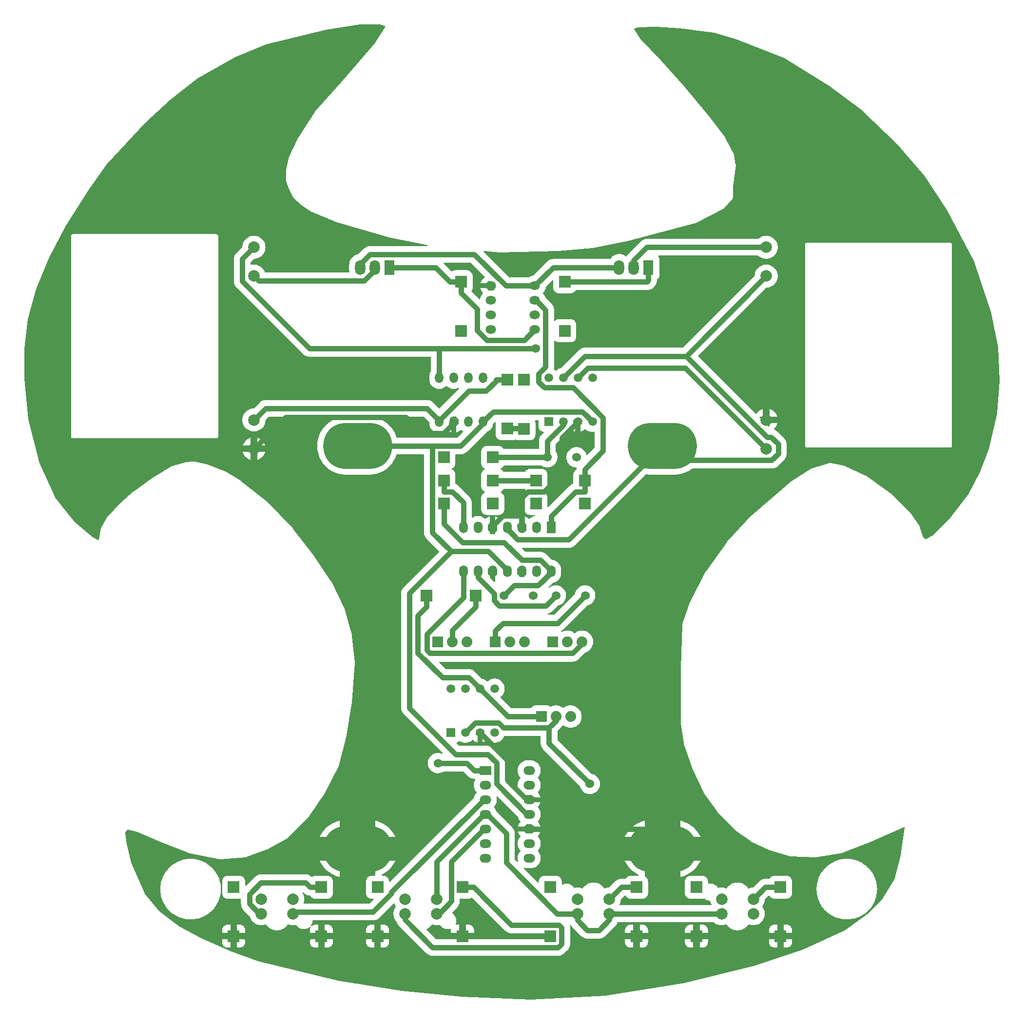
<source format=gtl>
G04 Layer: TopLayer*
G04 EasyEDA v6.5.20, 2022-10-24 14:32:38*
G04 8d121422a4ac45e995a65f3fcbcb15b0,c6a1bf633b9a4ba285e4988a7d74c357,10*
G04 Gerber Generator version 0.2*
G04 Scale: 100 percent, Rotated: No, Reflected: No *
G04 Dimensions in millimeters *
G04 leading zeros omitted , absolute positions ,4 integer and 5 decimal *
%FSLAX45Y45*%
%MOMM*%

%ADD10C,0.9000*%
%ADD11C,2.0000*%
%ADD12R,2.0000X2.0000*%
%ADD13R,1.5000X1.5000*%
%ADD14C,1.5000*%
%ADD15O,1.82499X1.4599920000000002*%
%ADD16O,1.499997X1.9999959999999999*%
%ADD17R,1.5000X2.0000*%
%ADD18O,1.7999964X2.5999948*%
%ADD19R,1.8000X2.6000*%
%ADD20O,1.4599920000000002X1.82499*%
%ADD21C,1.5240*%
%ADD22O,12.0000014X8.0000094*%
%ADD23R,1.8796X1.8796*%
%ADD24C,1.8796*%
%ADD25O,1.9999959999999999X1.499997*%
%ADD26R,2.0000X1.5000*%
%ADD27R,0.0188X1.5000*%

%LPD*%
G36*
X8920480Y4445355D02*
G01*
X8916111Y4445914D01*
X8912352Y4448302D01*
X8782456Y4578197D01*
X8780475Y4581042D01*
X8779510Y4584446D01*
X8779764Y4587900D01*
X8781186Y4591050D01*
X8787028Y4599736D01*
X8792819Y4611522D01*
X8797036Y4624019D01*
X8799626Y4636871D01*
X8800490Y4650384D01*
X8800490Y4849672D01*
X8799626Y4863084D01*
X8797036Y4876038D01*
X8792819Y4888433D01*
X8787028Y4900218D01*
X8779713Y4911140D01*
X8771026Y4921046D01*
X8761171Y4929682D01*
X8750249Y4936998D01*
X8738412Y4942789D01*
X8725966Y4947056D01*
X8713114Y4949596D01*
X8699652Y4950460D01*
X8500313Y4950460D01*
X8486851Y4949596D01*
X8473998Y4947056D01*
X8461552Y4942789D01*
X8449716Y4936998D01*
X8441029Y4931257D01*
X8437880Y4929835D01*
X8434425Y4929530D01*
X8431072Y4930444D01*
X8428228Y4932476D01*
X8298840Y5061813D01*
X8296656Y5065115D01*
X8295843Y5069027D01*
X8296656Y5072938D01*
X8298840Y5076190D01*
X8302142Y5078374D01*
X8306003Y5079238D01*
X8766911Y5079238D01*
X8770823Y5078374D01*
X8774125Y5076190D01*
X9008211Y4842103D01*
X9010599Y4838293D01*
X9011107Y4833874D01*
X9009684Y4829657D01*
X9006535Y4826406D01*
X8998762Y4821377D01*
X8984640Y4809896D01*
X8971788Y4797044D01*
X8960358Y4782921D01*
X8950502Y4767732D01*
X8942222Y4751527D01*
X8935720Y4734560D01*
X8932824Y4723790D01*
X9066987Y4723790D01*
X9066987Y4758842D01*
X9067800Y4762703D01*
X9069984Y4765954D01*
X9073286Y4768138D01*
X9077147Y4768951D01*
X9081058Y4768138D01*
X9084360Y4765954D01*
X9194850Y4655464D01*
X9197035Y4652162D01*
X9197797Y4648250D01*
X9197035Y4644390D01*
X9194850Y4641138D01*
X9191548Y4638903D01*
X9187637Y4638090D01*
X9170974Y4638090D01*
X9170974Y4608931D01*
X9170009Y4604664D01*
X9167418Y4601210D01*
X9163558Y4599178D01*
X9159189Y4598924D01*
X9155379Y4599584D01*
X9136989Y4600448D01*
X9100972Y4600448D01*
X9082582Y4599584D01*
X9078772Y4598924D01*
X9074404Y4599178D01*
X9070543Y4601210D01*
X9067952Y4604664D01*
X9066987Y4608931D01*
X9066987Y4638090D01*
X8932824Y4638090D01*
X8935720Y4627422D01*
X8942222Y4610404D01*
X8950502Y4594250D01*
X8960358Y4579061D01*
X8971788Y4564938D01*
X8975547Y4561128D01*
X8977731Y4557877D01*
X8978493Y4553966D01*
X8977731Y4550054D01*
X8975547Y4546854D01*
X8971788Y4543044D01*
X8960358Y4528921D01*
X8950502Y4513732D01*
X8942222Y4497527D01*
X8935720Y4480560D01*
X8931046Y4463034D01*
X8929573Y4453890D01*
X8927947Y4449775D01*
X8924696Y4446727D01*
G37*

%LPD*%
G36*
X7486294Y2045462D02*
G01*
X7482027Y2046427D01*
X7478572Y2049018D01*
X7476540Y2052828D01*
X7465364Y2084222D01*
X7452868Y2113076D01*
X7438593Y2141067D01*
X7422591Y2168144D01*
X7404912Y2194153D01*
X7385608Y2218994D01*
X7364831Y2242566D01*
X7342581Y2264816D01*
X7319009Y2285593D01*
X7294168Y2304897D01*
X7268159Y2322576D01*
X7241082Y2338578D01*
X7213092Y2352852D01*
X7184237Y2365400D01*
X7154672Y2375966D01*
X7124446Y2384755D01*
X7116927Y2386431D01*
X7113117Y2388158D01*
X7110323Y2391308D01*
X7109053Y2395321D01*
X7109510Y2399588D01*
X7111644Y2403144D01*
X7115048Y2405634D01*
X7119162Y2406497D01*
X7944916Y2406497D01*
X7948777Y2405735D01*
X7952079Y2403551D01*
X8042503Y2313127D01*
X8044688Y2309825D01*
X8045500Y2305913D01*
X8045500Y2300986D01*
X8046415Y2282596D01*
X8049259Y2264714D01*
X8053984Y2247138D01*
X8060486Y2230170D01*
X8068716Y2213965D01*
X8078622Y2198776D01*
X8090052Y2184654D01*
X8102904Y2171801D01*
X8117027Y2160371D01*
X8132216Y2150465D01*
X8148421Y2142236D01*
X8165388Y2135784D01*
X8182914Y2131009D01*
X8200847Y2128164D01*
X8218982Y2127250D01*
X8237118Y2128164D01*
X8255050Y2131009D01*
X8272576Y2135784D01*
X8289544Y2142236D01*
X8305749Y2150465D01*
X8320938Y2160371D01*
X8335060Y2171801D01*
X8338820Y2175510D01*
X8342071Y2177694D01*
X8345982Y2178507D01*
X8349894Y2177694D01*
X8353145Y2175510D01*
X8356904Y2171801D01*
X8371027Y2160371D01*
X8386216Y2150465D01*
X8402421Y2142236D01*
X8419388Y2135784D01*
X8430158Y2132888D01*
X8430158Y2267000D01*
X8400948Y2267000D01*
X8396681Y2267915D01*
X8393226Y2270607D01*
X8391194Y2274417D01*
X8390940Y2278735D01*
X8391550Y2282596D01*
X8392515Y2300986D01*
X8392515Y2305913D01*
X8393277Y2309825D01*
X8395462Y2313127D01*
X8498484Y2416200D01*
X8501786Y2418334D01*
X8505698Y2419096D01*
X8509558Y2418334D01*
X8512860Y2416200D01*
X8515045Y2412847D01*
X8515858Y2408936D01*
X8515858Y2370937D01*
X8545017Y2370937D01*
X8549284Y2370023D01*
X8552738Y2367381D01*
X8554770Y2363520D01*
X8555024Y2359202D01*
X8554415Y2355342D01*
X8553500Y2337003D01*
X8553500Y2300986D01*
X8554415Y2282596D01*
X8555024Y2278735D01*
X8554770Y2274417D01*
X8552738Y2270607D01*
X8549284Y2267915D01*
X8545017Y2267000D01*
X8515858Y2267000D01*
X8515858Y2132888D01*
X8526576Y2135784D01*
X8543544Y2142236D01*
X8559749Y2150465D01*
X8574938Y2160371D01*
X8589060Y2171801D01*
X8592820Y2175510D01*
X8596071Y2177694D01*
X8599982Y2178507D01*
X8603894Y2177694D01*
X8607145Y2175510D01*
X8610904Y2171801D01*
X8625027Y2160371D01*
X8629091Y2157679D01*
X8632240Y2154478D01*
X8633663Y2150262D01*
X8633155Y2145792D01*
X8630767Y2141982D01*
X8537194Y2048459D01*
X8533892Y2046274D01*
X8530031Y2045462D01*
G37*

%LPD*%
G36*
X10110673Y834694D02*
G01*
X10106761Y835507D01*
X10103459Y837692D01*
X10101275Y840994D01*
X10100513Y844854D01*
X10100513Y999642D01*
X10099598Y1013104D01*
X10097058Y1026007D01*
X10092842Y1038402D01*
X10087000Y1050239D01*
X10079685Y1061212D01*
X10071049Y1071016D01*
X10061143Y1079754D01*
X10050221Y1087069D01*
X10042398Y1090879D01*
X10038892Y1093673D01*
X10036962Y1097788D01*
X10036962Y1102207D01*
X10038892Y1106271D01*
X10042398Y1109065D01*
X10050221Y1112977D01*
X10061143Y1120292D01*
X10071049Y1128928D01*
X10079685Y1138834D01*
X10087000Y1149705D01*
X10092842Y1161542D01*
X10097058Y1174038D01*
X10099598Y1186840D01*
X10100513Y1200353D01*
X10100513Y1399692D01*
X10099598Y1413103D01*
X10097058Y1425956D01*
X10092842Y1438402D01*
X10087000Y1450238D01*
X10079685Y1461211D01*
X10071049Y1471015D01*
X10061143Y1479753D01*
X10050221Y1487017D01*
X10038435Y1492808D01*
X10025989Y1497025D01*
X10013086Y1499616D01*
X9999624Y1500479D01*
X9800336Y1500479D01*
X9786874Y1499616D01*
X9773970Y1497025D01*
X9761524Y1492808D01*
X9749739Y1487017D01*
X9738817Y1479753D01*
X9728911Y1471015D01*
X9720275Y1461211D01*
X9712807Y1449984D01*
X9710572Y1447596D01*
X9707626Y1446072D01*
X9704374Y1445463D01*
X9345625Y1445463D01*
X9342323Y1446072D01*
X9339427Y1447596D01*
X9337141Y1449984D01*
X9329724Y1461211D01*
X9321038Y1471015D01*
X9311182Y1479753D01*
X9300260Y1487017D01*
X9292386Y1490878D01*
X9288932Y1493672D01*
X9287002Y1497736D01*
X9287002Y1502257D01*
X9288932Y1506270D01*
X9292386Y1509115D01*
X9300260Y1512976D01*
X9311182Y1520240D01*
X9321038Y1528927D01*
X9329724Y1538782D01*
X9337192Y1549958D01*
X9339275Y1552295D01*
X9342018Y1553819D01*
X9345066Y1554530D01*
X9361373Y1555394D01*
X9367367Y1556258D01*
X9993376Y1556258D01*
X9996474Y1555800D01*
X9999268Y1554378D01*
X10001656Y1552702D01*
X10017506Y1543761D01*
X10034168Y1536446D01*
X10051491Y1530908D01*
X10069322Y1527200D01*
X10087406Y1525320D01*
X10105593Y1525320D01*
X10123678Y1527200D01*
X10141508Y1530908D01*
X10158831Y1536446D01*
X10175494Y1543761D01*
X10191343Y1552702D01*
X10206177Y1563217D01*
X10219842Y1575257D01*
X10232186Y1588566D01*
X10243108Y1603146D01*
X10252456Y1618742D01*
X10260177Y1635201D01*
X10266172Y1652371D01*
X10270337Y1670100D01*
X10272674Y1688134D01*
X10273131Y1706321D01*
X10271709Y1724507D01*
X10268458Y1742338D01*
X10263378Y1759813D01*
X10256520Y1776679D01*
X10247985Y1792732D01*
X10243718Y1799031D01*
X10242448Y1801774D01*
X10241991Y1804720D01*
X10241991Y1922373D01*
X10242804Y1926234D01*
X10244988Y1929536D01*
X10475671Y2160219D01*
X10486745Y2172563D01*
X10496092Y2185771D01*
X10499191Y2188616D01*
X10503204Y2190038D01*
X10507370Y2189581D01*
X10511078Y2187549D01*
X10518089Y2181352D01*
X10532770Y2170938D01*
X10548518Y2161997D01*
X10565079Y2154732D01*
X10583113Y2149094D01*
X10583113Y2275128D01*
X10555528Y2275128D01*
X10551363Y2276043D01*
X10547908Y2278583D01*
X10545826Y2282342D01*
X10545470Y2286609D01*
X10547959Y2305456D01*
X10548416Y2323490D01*
X10547299Y2337612D01*
X10547858Y2341727D01*
X10549991Y2345334D01*
X10553395Y2347772D01*
X10557459Y2348585D01*
X10641380Y2348585D01*
X10645292Y2347823D01*
X10648594Y2345588D01*
X10701731Y2292451D01*
X10703915Y2289200D01*
X10704677Y2285288D01*
X10703915Y2281377D01*
X10701731Y2278075D01*
X10698429Y2275890D01*
X10694517Y2275128D01*
X10670844Y2275128D01*
X10670844Y2149094D01*
X10688878Y2154732D01*
X10705439Y2161997D01*
X10721187Y2170938D01*
X10735868Y2181352D01*
X10747248Y2191359D01*
X10750397Y2193239D01*
X10754004Y2193950D01*
X10757560Y2193239D01*
X10760710Y2191359D01*
X10772089Y2181352D01*
X10786770Y2170938D01*
X10802518Y2161997D01*
X10819079Y2154732D01*
X10836300Y2149246D01*
X10853978Y2145588D01*
X10871962Y2143709D01*
X10889996Y2143709D01*
X10908487Y2145639D01*
X10912652Y2145182D01*
X10916310Y2143099D01*
X10918799Y2139696D01*
X10919663Y2135530D01*
X10919663Y1874723D01*
X10918901Y1870811D01*
X10916716Y1867509D01*
X10792002Y1742846D01*
X10788497Y1740611D01*
X10784382Y1739849D01*
X10780318Y1740916D01*
X10777016Y1743557D01*
X10775086Y1747164D01*
X10771378Y1759813D01*
X10764520Y1776679D01*
X10755985Y1792732D01*
X10745825Y1807819D01*
X10734192Y1821789D01*
X10721136Y1834489D01*
X10706862Y1845767D01*
X10691520Y1855571D01*
X10675264Y1863750D01*
X10658246Y1870100D01*
X10640618Y1874723D01*
X10622686Y1877517D01*
X10604500Y1878482D01*
X10586313Y1877517D01*
X10568381Y1874723D01*
X10550753Y1870100D01*
X10533735Y1863750D01*
X10517479Y1855571D01*
X10502138Y1845767D01*
X10487863Y1834489D01*
X10474807Y1821789D01*
X10463174Y1807819D01*
X10453014Y1792732D01*
X10444480Y1776679D01*
X10437622Y1759813D01*
X10432542Y1742338D01*
X10429290Y1724507D01*
X10427868Y1706321D01*
X10428325Y1688134D01*
X10430662Y1670100D01*
X10434828Y1652371D01*
X10440822Y1635201D01*
X10448544Y1618742D01*
X10457891Y1603146D01*
X10468813Y1588566D01*
X10481157Y1575257D01*
X10494822Y1563217D01*
X10509656Y1552702D01*
X10525506Y1543761D01*
X10542168Y1536446D01*
X10559491Y1530908D01*
X10577322Y1527200D01*
X10595762Y1525320D01*
X10600029Y1524355D01*
X10603534Y1521764D01*
X10605566Y1517904D01*
X10605770Y1513484D01*
X10605414Y1511350D01*
X10604500Y1495044D01*
X10603839Y1491996D01*
X10602315Y1489252D01*
X10599978Y1487170D01*
X10588802Y1479753D01*
X10578947Y1471015D01*
X10570260Y1461211D01*
X10562945Y1450238D01*
X10557154Y1438402D01*
X10552938Y1425956D01*
X10550347Y1413103D01*
X10549483Y1399692D01*
X10549483Y1251813D01*
X10548721Y1247902D01*
X10546486Y1244600D01*
X10543235Y1242415D01*
X10527690Y1236014D01*
X10513415Y1228090D01*
X10500106Y1218641D01*
X10487761Y1207566D01*
X10117836Y837692D01*
X10114534Y835507D01*
G37*

%LPD*%
G36*
X9112300Y369011D02*
G01*
X9108389Y369773D01*
X9105087Y371957D01*
X9102902Y375259D01*
X9102140Y379171D01*
X9102140Y424688D01*
X9076334Y424688D01*
X9072067Y425551D01*
X9068612Y428142D01*
X9066580Y432054D01*
X9066276Y436321D01*
X9066580Y438200D01*
X9067495Y456234D01*
X9067495Y505764D01*
X9066580Y523748D01*
X9066276Y525627D01*
X9066580Y529945D01*
X9068612Y533806D01*
X9072067Y536397D01*
X9076334Y537311D01*
X9102140Y537311D01*
X9102140Y675894D01*
X9085021Y670560D01*
X9068714Y663600D01*
X9053169Y654913D01*
X9038539Y644753D01*
X9025585Y633628D01*
X9022486Y631850D01*
X9018981Y631190D01*
X9015476Y631850D01*
X9012377Y633628D01*
X8999423Y644753D01*
X8984792Y654913D01*
X8969248Y663600D01*
X8952941Y670560D01*
X8935974Y675843D01*
X8918549Y679450D01*
X8900871Y681228D01*
X8883091Y681228D01*
X8865412Y679450D01*
X8847988Y675843D01*
X8831021Y670560D01*
X8814714Y663600D01*
X8798610Y654558D01*
X8794597Y653338D01*
X8790432Y653846D01*
X8786825Y655929D01*
X8784336Y659333D01*
X8783472Y663448D01*
X8783472Y912926D01*
X8782558Y929487D01*
X8779814Y945591D01*
X8775293Y961237D01*
X8769045Y976325D01*
X8761171Y990600D01*
X8751722Y1003909D01*
X8740648Y1016304D01*
X8549386Y1207566D01*
X8536990Y1218641D01*
X8523681Y1228090D01*
X8509406Y1236014D01*
X8506764Y1237081D01*
X8503462Y1239266D01*
X8501278Y1242568D01*
X8500516Y1246479D01*
X8500516Y1399692D01*
X8499602Y1413103D01*
X8497062Y1425956D01*
X8492845Y1438402D01*
X8487003Y1450238D01*
X8479688Y1461211D01*
X8471052Y1471015D01*
X8461146Y1479753D01*
X8450224Y1487017D01*
X8442401Y1490878D01*
X8438896Y1493672D01*
X8436965Y1497736D01*
X8436965Y1502257D01*
X8438896Y1506270D01*
X8442401Y1509115D01*
X8450224Y1512976D01*
X8461146Y1520240D01*
X8471052Y1528927D01*
X8479688Y1538782D01*
X8487003Y1549704D01*
X8492845Y1561541D01*
X8497062Y1574038D01*
X8499602Y1586839D01*
X8500516Y1600301D01*
X8500516Y1744319D01*
X8501278Y1748180D01*
X8503462Y1751482D01*
X8506764Y1753666D01*
X8510676Y1754479D01*
X8594191Y1754479D01*
X8610803Y1755393D01*
X8626856Y1758188D01*
X8642553Y1762658D01*
X8657640Y1768957D01*
X8671915Y1776780D01*
X8685225Y1786229D01*
X8697569Y1797304D01*
X9035389Y2135073D01*
X9038945Y2137359D01*
X9051544Y2142236D01*
X9067749Y2150465D01*
X9082938Y2160371D01*
X9097060Y2171801D01*
X9109913Y2184654D01*
X9121343Y2198776D01*
X9131249Y2213965D01*
X9139478Y2230170D01*
X9145981Y2247138D01*
X9150705Y2264714D01*
X9153601Y2283053D01*
X9154566Y2286101D01*
X9156446Y2288692D01*
X9182608Y2314854D01*
X9186011Y2317089D01*
X9190024Y2317800D01*
X9193987Y2316886D01*
X9197289Y2314549D01*
X9199422Y2311044D01*
X9199930Y2306980D01*
X9199473Y2299614D01*
X9199473Y2100326D01*
X9200337Y2086914D01*
X9202928Y2073960D01*
X9207144Y2061565D01*
X9212935Y2049729D01*
X9220250Y2038807D01*
X9228937Y2028901D01*
X9238792Y2020265D01*
X9249714Y2012950D01*
X9261551Y2007107D01*
X9273997Y2002942D01*
X9286849Y2000351D01*
X9300311Y1999488D01*
X9499650Y1999488D01*
X9513112Y2000351D01*
X9525965Y2002942D01*
X9541459Y2008124D01*
X9544558Y2008124D01*
X9547504Y2007158D01*
X9551670Y2005126D01*
X9564116Y2000961D01*
X9576968Y1998319D01*
X9590430Y1997456D01*
X9789769Y1997456D01*
X9803231Y1998319D01*
X9816084Y2000961D01*
X9828530Y2005126D01*
X9840366Y2010918D01*
X9851288Y2018233D01*
X9861143Y2026920D01*
X9869830Y2036775D01*
X9877145Y2047697D01*
X9882936Y2059584D01*
X9887153Y2071979D01*
X9889744Y2084832D01*
X9890607Y2098294D01*
X9890607Y2297633D01*
X9889744Y2311146D01*
X9887153Y2323947D01*
X9883394Y2335123D01*
X9882835Y2338984D01*
X9883749Y2342642D01*
X9885984Y2345842D01*
X9889236Y2347823D01*
X9892995Y2348585D01*
X9933330Y2348585D01*
X9937191Y2347823D01*
X9940493Y2345588D01*
X9942677Y2342286D01*
X9943490Y2338476D01*
X9943490Y2244293D01*
X9944354Y2230831D01*
X9946894Y2217978D01*
X9951161Y2205532D01*
X9956952Y2193747D01*
X9964267Y2182774D01*
X9972903Y2172919D01*
X9982809Y2164232D01*
X9993731Y2156968D01*
X10005517Y2151126D01*
X10017963Y2146909D01*
X10026700Y2145182D01*
X10030714Y2143404D01*
X10033609Y2140204D01*
X10034879Y2135987D01*
X10034270Y2131669D01*
X10031933Y2128012D01*
X9993833Y2089912D01*
X9982758Y2077516D01*
X9973310Y2064207D01*
X9965436Y2049932D01*
X9959187Y2034844D01*
X9954666Y2019198D01*
X9951923Y2003094D01*
X9951008Y1986534D01*
X9951008Y1857451D01*
X9950196Y1853539D01*
X9948011Y1850237D01*
X9944709Y1848104D01*
X9940848Y1847291D01*
X9347149Y1847291D01*
X9341612Y1847596D01*
X9338462Y1849120D01*
X9336024Y1851660D01*
X9329724Y1861159D01*
X9321038Y1871065D01*
X9311182Y1879701D01*
X9300260Y1887016D01*
X9288424Y1892807D01*
X9275978Y1897024D01*
X9263126Y1899615D01*
X9249664Y1900478D01*
X9050324Y1900478D01*
X9036862Y1899615D01*
X9024010Y1897024D01*
X9011564Y1892807D01*
X8999728Y1887016D01*
X8988806Y1879701D01*
X8978950Y1871065D01*
X8970264Y1861159D01*
X8962948Y1850237D01*
X8957157Y1838401D01*
X8952941Y1825955D01*
X8950350Y1813102D01*
X8949486Y1799640D01*
X8949486Y1600301D01*
X8950350Y1586839D01*
X8952941Y1574038D01*
X8957157Y1561541D01*
X8962948Y1549704D01*
X8970264Y1538782D01*
X8978950Y1528927D01*
X8988806Y1520240D01*
X8999728Y1512976D01*
X9007602Y1509115D01*
X9011056Y1506270D01*
X9012986Y1502257D01*
X9012986Y1497736D01*
X9011056Y1493672D01*
X9007602Y1490878D01*
X8999728Y1487017D01*
X8988806Y1479753D01*
X8978950Y1471015D01*
X8970264Y1461211D01*
X8962948Y1450238D01*
X8957157Y1438402D01*
X8952941Y1425956D01*
X8950350Y1413103D01*
X8949486Y1399692D01*
X8949486Y1200353D01*
X8950350Y1186840D01*
X8952941Y1174038D01*
X8957157Y1161542D01*
X8962948Y1149705D01*
X8970264Y1138834D01*
X8978950Y1128928D01*
X8988806Y1120292D01*
X8999728Y1112977D01*
X9007602Y1109065D01*
X9011056Y1106271D01*
X9012986Y1102207D01*
X9012986Y1097788D01*
X9011056Y1093673D01*
X9007602Y1090879D01*
X8999728Y1087069D01*
X8988806Y1079754D01*
X8978950Y1071016D01*
X8970264Y1061212D01*
X8962948Y1050239D01*
X8957157Y1038402D01*
X8952941Y1026007D01*
X8950350Y1013104D01*
X8949486Y999642D01*
X8949486Y800354D01*
X8950350Y786841D01*
X8952941Y773988D01*
X8957157Y761542D01*
X8962948Y749706D01*
X8970264Y738784D01*
X8978950Y728929D01*
X8988806Y720242D01*
X8999728Y712927D01*
X9011564Y707136D01*
X9024010Y702919D01*
X9036862Y700328D01*
X9050324Y699465D01*
X9249664Y699465D01*
X9263126Y700328D01*
X9275978Y702919D01*
X9288424Y707136D01*
X9300260Y712927D01*
X9311182Y720242D01*
X9321038Y728929D01*
X9329724Y738784D01*
X9337040Y749706D01*
X9342831Y761542D01*
X9347047Y773988D01*
X9349638Y786841D01*
X9350502Y800354D01*
X9350502Y999642D01*
X9349638Y1013104D01*
X9347047Y1026007D01*
X9342831Y1038402D01*
X9337040Y1050239D01*
X9329724Y1061212D01*
X9321038Y1071016D01*
X9311182Y1079754D01*
X9300260Y1087069D01*
X9292386Y1090879D01*
X9288932Y1093673D01*
X9287002Y1097788D01*
X9287002Y1102207D01*
X9288932Y1106271D01*
X9292386Y1109065D01*
X9300260Y1112977D01*
X9311182Y1120292D01*
X9321038Y1128928D01*
X9329724Y1138834D01*
X9337141Y1149959D01*
X9339427Y1152347D01*
X9342323Y1153972D01*
X9345625Y1154480D01*
X9704374Y1154480D01*
X9707626Y1153972D01*
X9710572Y1152347D01*
X9712807Y1149959D01*
X9720275Y1138834D01*
X9728911Y1128928D01*
X9738817Y1120292D01*
X9749739Y1112977D01*
X9757562Y1109065D01*
X9761067Y1106271D01*
X9762998Y1102207D01*
X9762998Y1097788D01*
X9761067Y1093673D01*
X9757562Y1090879D01*
X9749739Y1087069D01*
X9738817Y1079754D01*
X9728911Y1071016D01*
X9720275Y1061212D01*
X9712960Y1050239D01*
X9707168Y1038402D01*
X9702901Y1026007D01*
X9700361Y1013104D01*
X9699498Y999642D01*
X9699498Y800354D01*
X9700361Y786841D01*
X9702901Y773988D01*
X9707168Y761542D01*
X9712960Y749706D01*
X9720275Y738784D01*
X9728911Y728929D01*
X9738817Y720242D01*
X9749739Y712927D01*
X9761524Y707136D01*
X9773970Y702919D01*
X9786874Y700328D01*
X9800336Y699465D01*
X9878923Y699465D01*
X9883038Y698601D01*
X9886492Y696112D01*
X9888575Y692404D01*
X9889032Y688187D01*
X9887712Y684174D01*
X9884816Y681126D01*
X9880955Y679348D01*
X9863988Y675843D01*
X9847021Y670560D01*
X9830714Y663600D01*
X9815169Y654913D01*
X9800539Y644753D01*
X9787585Y633628D01*
X9784486Y631850D01*
X9780981Y631190D01*
X9777476Y631850D01*
X9774377Y633628D01*
X9761423Y644753D01*
X9746792Y654913D01*
X9731248Y663600D01*
X9714941Y670560D01*
X9697821Y675894D01*
X9697821Y537311D01*
X9723628Y537311D01*
X9727895Y536397D01*
X9731349Y533806D01*
X9733381Y529945D01*
X9733686Y525627D01*
X9733381Y523748D01*
X9732467Y505764D01*
X9732467Y456234D01*
X9733381Y438200D01*
X9733686Y436321D01*
X9733381Y432054D01*
X9731349Y428142D01*
X9727895Y425551D01*
X9723628Y424688D01*
X9696551Y424688D01*
X9694316Y421843D01*
X9691217Y420014D01*
X9687661Y419354D01*
X9647123Y419354D01*
X9643262Y420166D01*
X9639960Y422351D01*
X9578441Y483819D01*
X9576257Y487121D01*
X9575495Y491032D01*
X9575495Y505764D01*
X9574580Y523748D01*
X9574276Y525627D01*
X9574580Y529945D01*
X9576612Y533806D01*
X9580067Y536397D01*
X9584334Y537311D01*
X9610140Y537311D01*
X9610140Y675894D01*
X9593021Y670560D01*
X9576714Y663600D01*
X9561169Y654913D01*
X9546539Y644753D01*
X9533585Y633628D01*
X9530486Y631850D01*
X9526981Y631190D01*
X9523476Y631850D01*
X9520377Y633628D01*
X9507423Y644753D01*
X9492792Y654913D01*
X9477248Y663600D01*
X9460941Y670560D01*
X9443974Y675843D01*
X9426549Y679450D01*
X9408871Y681228D01*
X9391091Y681228D01*
X9373412Y679450D01*
X9355988Y675843D01*
X9339021Y670560D01*
X9322714Y663600D01*
X9307169Y654913D01*
X9292539Y644753D01*
X9279585Y633628D01*
X9276486Y631850D01*
X9272981Y631190D01*
X9269476Y631850D01*
X9266377Y633628D01*
X9253423Y644753D01*
X9238792Y654913D01*
X9223248Y663600D01*
X9206941Y670560D01*
X9189821Y675894D01*
X9189821Y537311D01*
X9215628Y537311D01*
X9219895Y536397D01*
X9223349Y533806D01*
X9225381Y529945D01*
X9225686Y525627D01*
X9225381Y523748D01*
X9224467Y505764D01*
X9224467Y456234D01*
X9225381Y438200D01*
X9225686Y436321D01*
X9225381Y432054D01*
X9223349Y428142D01*
X9219895Y425551D01*
X9215628Y424688D01*
X9189821Y424688D01*
X9189821Y379171D01*
X9189059Y375259D01*
X9186875Y371957D01*
X9183573Y369773D01*
X9179661Y369011D01*
G37*

%LPD*%
G36*
X9620300Y-380390D02*
G01*
X9616389Y-379577D01*
X9613087Y-377342D01*
X9610902Y-374091D01*
X9610140Y-370230D01*
X9610140Y-337312D01*
X9584334Y-337312D01*
X9580067Y-336448D01*
X9576612Y-333857D01*
X9574580Y-329946D01*
X9574276Y-325678D01*
X9574580Y-323799D01*
X9575495Y-305765D01*
X9575495Y-256235D01*
X9574580Y-238252D01*
X9574276Y-236372D01*
X9574580Y-232054D01*
X9576612Y-228193D01*
X9580067Y-225602D01*
X9584334Y-224688D01*
X9609480Y-224688D01*
X9612274Y-225094D01*
X9621367Y-227685D01*
X9637471Y-230428D01*
X9654032Y-231292D01*
X9723069Y-231292D01*
X9727031Y-232206D01*
X9730435Y-234543D01*
X9732568Y-237998D01*
X9733178Y-242011D01*
X9732467Y-256235D01*
X9732467Y-305765D01*
X9733381Y-323799D01*
X9733686Y-325678D01*
X9733381Y-329946D01*
X9731349Y-333857D01*
X9727895Y-336448D01*
X9723628Y-337312D01*
X9697821Y-337312D01*
X9697821Y-370230D01*
X9697059Y-374091D01*
X9694875Y-377342D01*
X9691573Y-379577D01*
X9687661Y-380390D01*
G37*

%LPD*%
G36*
X9179661Y-463956D02*
G01*
X9175800Y-463194D01*
X9172498Y-461009D01*
X9105087Y-393598D01*
X9102902Y-390296D01*
X9102140Y-386435D01*
X9102140Y-337312D01*
X9076334Y-337312D01*
X9072067Y-336448D01*
X9068612Y-333857D01*
X9066580Y-329946D01*
X9066276Y-325678D01*
X9066580Y-323799D01*
X9067495Y-305765D01*
X9067495Y-256235D01*
X9066580Y-238252D01*
X9066276Y-236372D01*
X9066580Y-232054D01*
X9068612Y-228193D01*
X9072067Y-225602D01*
X9076334Y-224688D01*
X9102140Y-224688D01*
X9102140Y-193294D01*
X9102902Y-189433D01*
X9105087Y-186131D01*
X9108389Y-183896D01*
X9112300Y-183134D01*
X9116161Y-183896D01*
X9119463Y-186131D01*
X9221520Y-288137D01*
X9223705Y-291388D01*
X9224467Y-295300D01*
X9224467Y-305765D01*
X9225381Y-323799D01*
X9225686Y-325678D01*
X9225381Y-329946D01*
X9223349Y-333857D01*
X9219895Y-336448D01*
X9215628Y-337312D01*
X9189821Y-337312D01*
X9189821Y-453796D01*
X9189059Y-457708D01*
X9186875Y-461009D01*
X9183573Y-463194D01*
G37*

%LPD*%
G36*
X8167268Y-6667957D02*
G01*
X8163407Y-6667195D01*
X8160105Y-6665010D01*
X8001762Y-6506667D01*
X7999628Y-6503568D01*
X7998815Y-6499910D01*
X7999323Y-6496253D01*
X8001101Y-6492900D01*
X8003997Y-6490614D01*
X8019440Y-6481978D01*
X8036661Y-6470192D01*
X8052663Y-6456883D01*
X8067395Y-6442100D01*
X8080705Y-6426149D01*
X8087410Y-6416395D01*
X8090611Y-6413296D01*
X8094827Y-6412026D01*
X8099196Y-6412534D01*
X8116874Y-6418884D01*
X8135975Y-6423660D01*
X8155431Y-6426555D01*
X8175091Y-6427520D01*
X8194700Y-6426555D01*
X8214156Y-6423660D01*
X8227009Y-6420459D01*
X8231022Y-6420256D01*
X8234832Y-6421678D01*
X8237778Y-6424472D01*
X8248192Y-6439154D01*
X8259419Y-6451803D01*
X8271967Y-6463030D01*
X8285734Y-6472783D01*
X8300516Y-6480962D01*
X8316112Y-6487414D01*
X8332317Y-6492087D01*
X8348980Y-6494932D01*
X8365845Y-6495796D01*
X8382660Y-6494932D01*
X8399322Y-6492087D01*
X8411565Y-6488582D01*
X8415680Y-6488277D01*
X8419592Y-6489598D01*
X8422640Y-6492392D01*
X8424316Y-6496202D01*
X8424316Y-6500317D01*
X8423656Y-6503619D01*
X8422792Y-6517030D01*
X8422792Y-6560312D01*
X8566962Y-6560312D01*
X8566962Y-6416192D01*
X8523630Y-6416192D01*
X8514740Y-6416802D01*
X8510676Y-6416192D01*
X8507171Y-6414109D01*
X8504783Y-6410807D01*
X8503920Y-6406794D01*
X8504682Y-6402781D01*
X8507882Y-6395059D01*
X8512556Y-6378854D01*
X8515350Y-6362242D01*
X8516315Y-6345326D01*
X8515350Y-6328511D01*
X8512556Y-6311900D01*
X8507882Y-6295694D01*
X8501430Y-6280099D01*
X8493252Y-6265265D01*
X8483498Y-6251549D01*
X8472220Y-6238900D01*
X8459673Y-6227673D01*
X8446262Y-6218224D01*
X8443315Y-6214922D01*
X8441994Y-6210757D01*
X8442604Y-6206439D01*
X8444941Y-6202730D01*
X8530793Y-6116878D01*
X8541867Y-6104534D01*
X8551316Y-6091224D01*
X8559190Y-6076950D01*
X8565438Y-6061862D01*
X8569960Y-6046165D01*
X8572703Y-6030112D01*
X8573617Y-6013500D01*
X8573617Y-5977382D01*
X8574379Y-5973470D01*
X8576564Y-5970219D01*
X8579866Y-5967984D01*
X8583777Y-5967222D01*
X8722969Y-5967222D01*
X8736431Y-5966307D01*
X8749284Y-5963767D01*
X8761730Y-5959500D01*
X8773566Y-5953760D01*
X8782253Y-5947918D01*
X8785402Y-5946495D01*
X8788857Y-5946241D01*
X8792210Y-5947206D01*
X8795054Y-5949188D01*
X9370110Y-6524142D01*
X9382455Y-6535267D01*
X9395764Y-6544665D01*
X9410039Y-6552590D01*
X9425127Y-6558788D01*
X9440824Y-6563359D01*
X9456877Y-6566103D01*
X9473488Y-6567017D01*
X10191191Y-6567017D01*
X10195052Y-6567830D01*
X10198354Y-6570014D01*
X10200538Y-6573316D01*
X10201351Y-6577177D01*
X10201351Y-6657797D01*
X10200538Y-6661708D01*
X10198354Y-6665010D01*
X10195052Y-6667195D01*
X10191191Y-6667957D01*
G37*

%LPC*%
G36*
X8679637Y-6560312D02*
G01*
X8823807Y-6560312D01*
X8823807Y-6517030D01*
X8822944Y-6503619D01*
X8820353Y-6490716D01*
X8816136Y-6478219D01*
X8810345Y-6466484D01*
X8803030Y-6455562D01*
X8794343Y-6445656D01*
X8784488Y-6437020D01*
X8773566Y-6429705D01*
X8761730Y-6423863D01*
X8749284Y-6419596D01*
X8736431Y-6417106D01*
X8722969Y-6416192D01*
X8679637Y-6416192D01*
G37*

%LPD*%
G36*
X9813239Y-7719669D02*
G01*
X8608822Y-7668971D01*
X7568895Y-7567472D01*
X6453022Y-7389926D01*
X5070957Y-7047534D01*
X4603242Y-6883146D01*
X4084370Y-6655308D01*
X3707028Y-6454089D01*
X3356000Y-6190945D01*
X3354171Y-6189167D01*
X3105962Y-5878880D01*
X3104591Y-5876645D01*
X2866491Y-5337860D01*
X2865932Y-5336082D01*
X2790799Y-5022646D01*
X2767177Y-4822088D01*
X2767380Y-4818532D01*
X2768803Y-4815281D01*
X2797911Y-4771542D01*
X2800908Y-4768646D01*
X2804820Y-4767122D01*
X2808986Y-4767427D01*
X2973425Y-4811369D01*
X3391001Y-4988509D01*
X3847693Y-5166106D01*
X3852722Y-5167579D01*
X4410710Y-5281726D01*
X4414977Y-5282285D01*
X4418888Y-5282234D01*
X4862677Y-5244185D01*
X4866436Y-5243576D01*
X4869840Y-5242610D01*
X5224729Y-5115864D01*
X5229352Y-5113782D01*
X5571540Y-4923637D01*
X5574995Y-4921402D01*
X5577890Y-4918913D01*
X5932881Y-4563872D01*
X5936386Y-4559655D01*
X6228080Y-4141215D01*
X6230213Y-4137660D01*
X6471208Y-3668318D01*
X6473444Y-3662527D01*
X6612991Y-3129635D01*
X6613652Y-3126536D01*
X6702755Y-2553055D01*
X6753504Y-1867916D01*
X6753352Y-1861972D01*
X6689953Y-1329486D01*
X6688937Y-1324457D01*
X6574891Y-931621D01*
X6573012Y-926693D01*
X6344767Y-457454D01*
X6342684Y-453847D01*
X6036818Y4724D01*
X5681522Y461568D01*
X5679287Y464159D01*
X5209794Y946353D01*
X5206847Y948944D01*
X4775555Y1291437D01*
X4772253Y1293774D01*
X4518863Y1445768D01*
X4514596Y1447901D01*
X4172559Y1587246D01*
X4166565Y1589024D01*
X3964228Y1626971D01*
X3960266Y1627428D01*
X3956608Y1627378D01*
X3805072Y1614728D01*
X3798874Y1613611D01*
X3583787Y1550314D01*
X3580333Y1549044D01*
X3577336Y1547520D01*
X3232556Y1343050D01*
X2915462Y1114755D01*
X2912973Y1112774D01*
X2682798Y907999D01*
X2467254Y679754D01*
X2463546Y674878D01*
X2349601Y484987D01*
X2347417Y480415D01*
X2346096Y475996D01*
X2304999Y270408D01*
X2303576Y266954D01*
X2300986Y264160D01*
X2297531Y262585D01*
X2293772Y262331D01*
X2290165Y263550D01*
X2196693Y314502D01*
X2195017Y315620D01*
X1883054Y577646D01*
X1881632Y579120D01*
X1543812Y1004569D01*
X1542491Y1006703D01*
X1266190Y1622044D01*
X1265631Y1623669D01*
X1076604Y2367178D01*
X1013256Y3062782D01*
X1013206Y3593236D01*
X1076198Y4097934D01*
X1214932Y4627930D01*
X1442415Y5171592D01*
X1733448Y5728411D01*
X2138984Y6362141D01*
X2443022Y6792772D01*
X3114040Y7514336D01*
X3544366Y7906613D01*
X4015130Y8278875D01*
X4682236Y8652408D01*
X5208879Y8875572D01*
X6250584Y9132671D01*
X6844690Y9221063D01*
X7191756Y9221063D01*
X7194956Y9220555D01*
X7272020Y9194850D01*
X7275322Y9193072D01*
X7277709Y9190177D01*
X7278878Y9186519D01*
X7278674Y9182811D01*
X7275474Y9170009D01*
X7274204Y9167063D01*
X7100976Y8894876D01*
X6504990Y8209889D01*
X6060744Y7702194D01*
X6057950Y7698486D01*
X5766206Y7241895D01*
X5764428Y7238593D01*
X5612282Y6921703D01*
X5610199Y6915912D01*
X5559552Y6700520D01*
X5558790Y6693966D01*
X5558790Y6504228D01*
X5559196Y6499453D01*
X5560263Y6495186D01*
X5598109Y6381597D01*
X5599785Y6377635D01*
X5675630Y6225895D01*
X5678119Y6221831D01*
X5680964Y6218478D01*
X5758688Y6140907D01*
X5834583Y6077712D01*
X5837275Y6075730D01*
X5989015Y5974486D01*
X5994044Y5971794D01*
X6437782Y5781649D01*
X6441592Y5780227D01*
X7345019Y5525820D01*
X8011464Y5390286D01*
X8015325Y5388610D01*
X8018170Y5385511D01*
X8019491Y5381447D01*
X8019084Y5377230D01*
X8017002Y5373573D01*
X8013547Y5371084D01*
X8009432Y5370169D01*
X7014362Y5370169D01*
X6997801Y5369255D01*
X6981698Y5366512D01*
X6966051Y5361990D01*
X6950964Y5355742D01*
X6936689Y5347919D01*
X6923379Y5338419D01*
X6910984Y5327396D01*
X6813600Y5230012D01*
X6811467Y5228336D01*
X6808927Y5227320D01*
X6790690Y5222748D01*
X6773113Y5216499D01*
X6756196Y5208473D01*
X6740144Y5198922D01*
X6725158Y5187746D01*
X6711289Y5175148D01*
X6698742Y5161330D01*
X6687616Y5146294D01*
X6678015Y5130292D01*
X6669989Y5113426D01*
X6663690Y5095748D01*
X6659168Y5077612D01*
X6656425Y5059121D01*
X6655511Y5040223D01*
X6655511Y4960721D01*
X6656425Y4941773D01*
X6659168Y4923129D01*
X6658914Y4918811D01*
X6656831Y4915001D01*
X6653377Y4912410D01*
X6649161Y4911496D01*
X5197652Y4911496D01*
X5193639Y4912309D01*
X5190236Y4914696D01*
X5188102Y4918202D01*
X5185206Y4926228D01*
X5176824Y4944008D01*
X5166715Y4960924D01*
X5154980Y4976723D01*
X5141772Y4991354D01*
X5127193Y5004562D01*
X5111394Y5016296D01*
X5094478Y5026355D01*
X5076698Y5034788D01*
X5058206Y5041392D01*
X5039106Y5046167D01*
X5019649Y5049062D01*
X4999990Y5050028D01*
X4980330Y5049062D01*
X4960874Y5046167D01*
X4955336Y5044795D01*
X4951679Y5044592D01*
X4948174Y5045608D01*
X4945278Y5047894D01*
X4943398Y5051044D01*
X4942738Y5054650D01*
X4942738Y5083200D01*
X4943500Y5087112D01*
X4945684Y5090363D01*
X5002784Y5147411D01*
X5005832Y5149494D01*
X5009438Y5150358D01*
X5019649Y5150866D01*
X5039106Y5153761D01*
X5058206Y5158536D01*
X5076698Y5165242D01*
X5094478Y5173573D01*
X5111394Y5183682D01*
X5127193Y5195417D01*
X5141772Y5208676D01*
X5154980Y5223205D01*
X5166715Y5239004D01*
X5176824Y5255920D01*
X5185206Y5273700D01*
X5191861Y5292242D01*
X5196636Y5311292D01*
X5199532Y5330799D01*
X5200497Y5350408D01*
X5199532Y5370068D01*
X5196636Y5389524D01*
X5191861Y5408625D01*
X5185206Y5427116D01*
X5176824Y5444896D01*
X5166715Y5461812D01*
X5154980Y5477611D01*
X5141772Y5492191D01*
X5127193Y5505399D01*
X5111394Y5517134D01*
X5094478Y5527243D01*
X5076698Y5535625D01*
X5058206Y5542330D01*
X5039106Y5547055D01*
X5019649Y5549950D01*
X4999990Y5550916D01*
X4980330Y5549950D01*
X4960874Y5547055D01*
X4941773Y5542330D01*
X4923282Y5535625D01*
X4905502Y5527243D01*
X4888585Y5517134D01*
X4872786Y5505399D01*
X4858207Y5492191D01*
X4844999Y5477611D01*
X4833264Y5461812D01*
X4823155Y5444896D01*
X4814773Y5427116D01*
X4808118Y5408625D01*
X4803343Y5389524D01*
X4800447Y5370068D01*
X4799939Y5359857D01*
X4799076Y5356250D01*
X4796993Y5353253D01*
X4694529Y5250738D01*
X4683455Y5238343D01*
X4674006Y5225034D01*
X4666132Y5210759D01*
X4659884Y5195671D01*
X4655362Y5180025D01*
X4652670Y5163921D01*
X4651705Y5147360D01*
X4651705Y4760315D01*
X4652670Y4743704D01*
X4655362Y4727600D01*
X4659884Y4711954D01*
X4666132Y4696815D01*
X4674006Y4682540D01*
X4683455Y4669231D01*
X4694529Y4656886D01*
X5859424Y3491992D01*
X5871768Y3480917D01*
X5885078Y3471468D01*
X5899353Y3463594D01*
X5914440Y3457346D01*
X5930138Y3452825D01*
X5946190Y3450082D01*
X5962802Y3449167D01*
X8063331Y3449167D01*
X8067192Y3448405D01*
X8070494Y3446221D01*
X8072678Y3442919D01*
X8073491Y3439007D01*
X8073491Y3196285D01*
X8073034Y3193389D01*
X8071815Y3190748D01*
X8068716Y3186023D01*
X8060486Y3169767D01*
X8053984Y3152851D01*
X8049259Y3135274D01*
X8046415Y3117342D01*
X8045500Y3099003D01*
X8045500Y3062986D01*
X8046415Y3044596D01*
X8049259Y3026714D01*
X8053984Y3009138D01*
X8060486Y2992170D01*
X8068716Y2975965D01*
X8078622Y2960776D01*
X8090052Y2946654D01*
X8102904Y2933801D01*
X8117027Y2922371D01*
X8132216Y2912465D01*
X8148421Y2904236D01*
X8165388Y2897784D01*
X8182914Y2893009D01*
X8200847Y2890164D01*
X8218982Y2889250D01*
X8237118Y2890164D01*
X8255050Y2893009D01*
X8272576Y2897784D01*
X8289544Y2904236D01*
X8305749Y2912465D01*
X8320938Y2922371D01*
X8335060Y2933801D01*
X8338820Y2937510D01*
X8342071Y2939694D01*
X8345982Y2940507D01*
X8349894Y2939694D01*
X8353145Y2937510D01*
X8356904Y2933801D01*
X8371027Y2922371D01*
X8386216Y2912465D01*
X8402421Y2904236D01*
X8419388Y2897784D01*
X8436914Y2893009D01*
X8454847Y2890164D01*
X8472982Y2889250D01*
X8491118Y2890164D01*
X8509050Y2893009D01*
X8526576Y2897784D01*
X8543544Y2904236D01*
X8550554Y2907792D01*
X8554466Y2908858D01*
X8558530Y2908350D01*
X8562035Y2906217D01*
X8564422Y2902915D01*
X8565337Y2898952D01*
X8564575Y2894939D01*
X8562340Y2891536D01*
X8226145Y2555392D01*
X8222894Y2553157D01*
X8218982Y2552446D01*
X8215071Y2553157D01*
X8211820Y2555392D01*
X8112455Y2654706D01*
X8100110Y2665780D01*
X8086801Y2675229D01*
X8072526Y2683103D01*
X8057438Y2689352D01*
X8041741Y2693873D01*
X8025688Y2696565D01*
X8009077Y2697530D01*
X5201869Y2697530D01*
X5185308Y2696565D01*
X5169204Y2693873D01*
X5153558Y2689352D01*
X5138470Y2683103D01*
X5124196Y2675229D01*
X5110886Y2665780D01*
X5098491Y2654706D01*
X4997196Y2553462D01*
X4994148Y2551328D01*
X4990541Y2550515D01*
X4980330Y2550007D01*
X4960874Y2547112D01*
X4941773Y2542286D01*
X4923282Y2535631D01*
X4905502Y2527249D01*
X4888585Y2517140D01*
X4872786Y2505405D01*
X4858207Y2492197D01*
X4844999Y2477617D01*
X4833264Y2461818D01*
X4823155Y2444953D01*
X4814773Y2427122D01*
X4808118Y2408631D01*
X4803343Y2389530D01*
X4800447Y2370074D01*
X4799482Y2350414D01*
X4800447Y2330754D01*
X4803343Y2311298D01*
X4808118Y2292197D01*
X4814773Y2273706D01*
X4823155Y2255977D01*
X4833264Y2239010D01*
X4844999Y2223262D01*
X4858207Y2208631D01*
X4872786Y2195423D01*
X4888585Y2183688D01*
X4905502Y2173579D01*
X4923282Y2165197D01*
X4941773Y2158542D01*
X4960874Y2153767D01*
X4980330Y2150922D01*
X4999990Y2149957D01*
X5019649Y2150922D01*
X5039106Y2153767D01*
X5058206Y2158542D01*
X5076698Y2165197D01*
X5094478Y2173579D01*
X5111394Y2183688D01*
X5127193Y2195423D01*
X5141772Y2208631D01*
X5154980Y2223262D01*
X5166715Y2239010D01*
X5176824Y2255977D01*
X5185206Y2273706D01*
X5191861Y2292197D01*
X5196636Y2311298D01*
X5199532Y2330754D01*
X5200040Y2340965D01*
X5200904Y2344572D01*
X5202986Y2347620D01*
X5258866Y2403551D01*
X5262168Y2405735D01*
X5266080Y2406497D01*
X6480810Y2406497D01*
X6484924Y2405634D01*
X6488328Y2403144D01*
X6490462Y2399588D01*
X6490919Y2395321D01*
X6489649Y2391308D01*
X6486855Y2388158D01*
X6483045Y2386431D01*
X6475526Y2384755D01*
X6445300Y2375966D01*
X6415735Y2365400D01*
X6386880Y2352852D01*
X6358890Y2338578D01*
X6331813Y2322576D01*
X6305804Y2304897D01*
X6280962Y2285593D01*
X6257391Y2264816D01*
X6235141Y2242566D01*
X6214364Y2218994D01*
X6195060Y2194153D01*
X6177381Y2168144D01*
X6161379Y2141067D01*
X6147104Y2113076D01*
X6134608Y2084222D01*
X6123990Y2054707D01*
X6115202Y2024430D01*
X6108344Y1993747D01*
X6103416Y1962708D01*
X6100470Y1931416D01*
X6099505Y1899970D01*
X6100470Y1868576D01*
X6103416Y1837232D01*
X6108344Y1806193D01*
X6115202Y1775510D01*
X6123990Y1745284D01*
X6134608Y1715719D01*
X6147104Y1686915D01*
X6161379Y1658874D01*
X6177381Y1631797D01*
X6195060Y1605838D01*
X6214364Y1580946D01*
X6235141Y1557426D01*
X6257391Y1535125D01*
X6280962Y1514348D01*
X6305804Y1495044D01*
X6331813Y1477365D01*
X6358890Y1461363D01*
X6386880Y1447088D01*
X6415735Y1434592D01*
X6445300Y1423974D01*
X6475526Y1415186D01*
X6506209Y1408328D01*
X6537248Y1403400D01*
X6568541Y1400454D01*
X6600139Y1399489D01*
X6999833Y1399489D01*
X7031431Y1400454D01*
X7062724Y1403400D01*
X7093762Y1408328D01*
X7124446Y1415186D01*
X7154672Y1423974D01*
X7184237Y1434592D01*
X7213092Y1447088D01*
X7241082Y1461363D01*
X7268159Y1477365D01*
X7294168Y1495044D01*
X7319009Y1514348D01*
X7342581Y1535125D01*
X7364831Y1557426D01*
X7385608Y1580946D01*
X7404912Y1605838D01*
X7422591Y1631797D01*
X7438593Y1658874D01*
X7452868Y1686915D01*
X7465364Y1715719D01*
X7476540Y1747113D01*
X7478572Y1750923D01*
X7482027Y1753565D01*
X7486294Y1754479D01*
X7944103Y1754479D01*
X7948015Y1753666D01*
X7951317Y1751482D01*
X7953502Y1748180D01*
X7954264Y1744319D01*
X7954264Y393496D01*
X7955229Y376885D01*
X7957921Y360832D01*
X7962442Y345135D01*
X7968691Y330047D01*
X7976565Y315772D01*
X7986014Y302463D01*
X7997088Y290118D01*
X8214055Y73152D01*
X8216239Y69850D01*
X8217001Y65938D01*
X8216239Y62077D01*
X8214055Y58826D01*
X7599730Y-555548D01*
X7588656Y-567944D01*
X7579207Y-581253D01*
X7571333Y-595528D01*
X7565085Y-610616D01*
X7560564Y-626262D01*
X7557820Y-642366D01*
X7556906Y-658926D01*
X7556906Y-2653690D01*
X7557820Y-2670200D01*
X7560564Y-2686304D01*
X7565085Y-2701950D01*
X7571333Y-2717038D01*
X7579207Y-2731363D01*
X7588656Y-2744673D01*
X7599730Y-2757068D01*
X8273796Y-3431184D01*
X8276031Y-3434435D01*
X8276793Y-3438347D01*
X8276031Y-3442208D01*
X8273846Y-3445510D01*
X8270544Y-3447745D01*
X8266684Y-3448507D01*
X8262823Y-3447745D01*
X8255253Y-3444697D01*
X8237778Y-3439617D01*
X8219897Y-3436365D01*
X8201761Y-3434943D01*
X8183575Y-3435400D01*
X8165490Y-3437737D01*
X8147812Y-3441903D01*
X8130641Y-3447846D01*
X8114131Y-3455619D01*
X8098536Y-3464915D01*
X8084007Y-3475888D01*
X8070646Y-3488232D01*
X8058658Y-3501898D01*
X8048091Y-3516680D01*
X8039150Y-3532581D01*
X8031835Y-3549243D01*
X8026298Y-3566515D01*
X8022590Y-3584397D01*
X8020710Y-3602482D01*
X8020710Y-3620668D01*
X8022590Y-3638753D01*
X8026298Y-3656584D01*
X8031835Y-3673906D01*
X8039150Y-3690569D01*
X8048091Y-3706418D01*
X8058658Y-3721252D01*
X8070646Y-3734917D01*
X8084007Y-3747211D01*
X8098536Y-3758184D01*
X8114131Y-3767531D01*
X8130641Y-3775252D01*
X8147812Y-3781247D01*
X8165490Y-3785362D01*
X8183575Y-3787749D01*
X8201761Y-3788206D01*
X8219897Y-3786784D01*
X8237778Y-3783533D01*
X8255253Y-3778453D01*
X8272068Y-3771595D01*
X8288172Y-3763060D01*
X8294471Y-3758793D01*
X8297164Y-3757472D01*
X8300110Y-3757015D01*
X8633002Y-3757015D01*
X8636863Y-3757879D01*
X8640165Y-3760063D01*
X8720836Y-3840683D01*
X8733180Y-3851757D01*
X8746490Y-3861206D01*
X8760764Y-3869080D01*
X8775852Y-3875328D01*
X8791549Y-3879850D01*
X8807602Y-3882542D01*
X8824214Y-3883507D01*
X8836507Y-3883507D01*
X8840622Y-3884371D01*
X8844026Y-3886860D01*
X8846108Y-3890467D01*
X8846616Y-3894632D01*
X8845397Y-3898646D01*
X8836406Y-3914749D01*
X8829395Y-3931056D01*
X8824112Y-3947972D01*
X8820505Y-3965448D01*
X8818727Y-3983126D01*
X8818727Y-4000906D01*
X8820505Y-4018584D01*
X8824112Y-4036009D01*
X8829395Y-4052976D01*
X8836406Y-4069283D01*
X8845042Y-4084777D01*
X8855202Y-4099407D01*
X8866327Y-4112412D01*
X8868156Y-4115511D01*
X8868765Y-4118965D01*
X8868156Y-4122521D01*
X8866327Y-4125620D01*
X8855202Y-4138523D01*
X8845042Y-4153154D01*
X8836406Y-4168749D01*
X8829395Y-4185056D01*
X8824112Y-4201972D01*
X8822436Y-4209999D01*
X8821470Y-4212742D01*
X8819692Y-4215130D01*
X7365746Y-5669076D01*
X7362545Y-5671261D01*
X7358786Y-5672074D01*
X7354976Y-5671413D01*
X7351674Y-5669330D01*
X7349388Y-5666282D01*
X7348423Y-5662523D01*
X7347813Y-5653582D01*
X7345273Y-5640730D01*
X7341057Y-5628284D01*
X7335215Y-5616448D01*
X7327900Y-5605526D01*
X7319264Y-5595670D01*
X7309358Y-5586984D01*
X7298436Y-5579668D01*
X7286650Y-5573877D01*
X7274204Y-5569661D01*
X7261301Y-5567070D01*
X7247839Y-5566206D01*
X7229297Y-5566206D01*
X7224928Y-5565241D01*
X7221372Y-5562396D01*
X7219391Y-5558434D01*
X7219340Y-5553913D01*
X7221220Y-5549849D01*
X7224674Y-5547004D01*
X7241082Y-5538622D01*
X7268159Y-5522620D01*
X7294168Y-5504942D01*
X7319009Y-5485638D01*
X7342581Y-5464860D01*
X7364831Y-5442661D01*
X7385608Y-5419039D01*
X7404912Y-5394198D01*
X7422591Y-5368188D01*
X7438593Y-5341112D01*
X7452868Y-5313121D01*
X7455763Y-5306364D01*
X7106361Y-5306364D01*
X7106361Y-5555996D01*
X7105548Y-5559907D01*
X7103364Y-5563209D01*
X7100062Y-5565444D01*
X7096201Y-5566206D01*
X7048550Y-5566206D01*
X7035088Y-5567070D01*
X7022185Y-5569661D01*
X7009739Y-5573877D01*
X6997953Y-5579668D01*
X6987031Y-5586984D01*
X6977125Y-5595670D01*
X6968490Y-5605526D01*
X6961174Y-5616448D01*
X6955383Y-5628284D01*
X6951116Y-5640730D01*
X6948576Y-5653582D01*
X6947712Y-5667044D01*
X6947712Y-5866384D01*
X6948576Y-5879846D01*
X6951116Y-5892698D01*
X6955383Y-5905144D01*
X6961174Y-5916980D01*
X6968490Y-5927902D01*
X6977125Y-5937758D01*
X6987031Y-5946444D01*
X6997953Y-5953760D01*
X7009739Y-5959500D01*
X7022185Y-5963767D01*
X7035088Y-5966307D01*
X7048550Y-5967222D01*
X7070953Y-5967222D01*
X7074814Y-5967984D01*
X7078116Y-5970219D01*
X7080351Y-5973470D01*
X7081113Y-5977382D01*
X7080351Y-5981293D01*
X7078116Y-5984544D01*
X7012990Y-6049721D01*
X7009688Y-6051905D01*
X7005777Y-6052718D01*
X5873648Y-6052718D01*
X5869889Y-6051956D01*
X5866638Y-6049822D01*
X5864402Y-6046724D01*
X5863539Y-6042964D01*
X5864098Y-6039053D01*
X5866942Y-6031230D01*
X5871718Y-6012129D01*
X5874613Y-5992672D01*
X5875578Y-5973013D01*
X5874613Y-5953353D01*
X5871718Y-5933897D01*
X5866942Y-5914796D01*
X5860288Y-5896305D01*
X5851906Y-5878525D01*
X5847486Y-5871159D01*
X5846114Y-5867196D01*
X5846470Y-5863082D01*
X5848451Y-5859322D01*
X5851753Y-5856833D01*
X5855766Y-5855817D01*
X5859881Y-5856427D01*
X5863386Y-5858764D01*
X5874054Y-5869381D01*
X5886399Y-5880455D01*
X5899708Y-5889904D01*
X5913983Y-5897778D01*
X5929071Y-5904026D01*
X5944768Y-5908548D01*
X5960821Y-5911291D01*
X5977128Y-5912205D01*
X5980176Y-5912866D01*
X5982919Y-5914390D01*
X5985002Y-5916726D01*
X5992469Y-5927902D01*
X6001156Y-5937758D01*
X6011011Y-5946444D01*
X6021933Y-5953760D01*
X6033770Y-5959500D01*
X6046216Y-5963767D01*
X6059068Y-5966307D01*
X6072530Y-5967222D01*
X6271869Y-5967222D01*
X6285331Y-5966307D01*
X6298184Y-5963767D01*
X6310630Y-5959500D01*
X6322466Y-5953760D01*
X6333388Y-5946444D01*
X6343243Y-5937758D01*
X6351930Y-5927902D01*
X6359245Y-5916930D01*
X6365036Y-5905144D01*
X6369253Y-5892698D01*
X6371844Y-5879846D01*
X6372707Y-5866384D01*
X6372707Y-5667044D01*
X6371844Y-5653582D01*
X6369253Y-5640679D01*
X6365036Y-5628233D01*
X6359245Y-5616448D01*
X6351930Y-5605526D01*
X6343243Y-5595670D01*
X6333388Y-5586984D01*
X6322466Y-5579668D01*
X6310630Y-5573877D01*
X6298184Y-5569661D01*
X6285331Y-5567070D01*
X6271869Y-5566206D01*
X6072530Y-5566206D01*
X6059068Y-5567070D01*
X6046216Y-5569661D01*
X6033770Y-5573877D01*
X6021933Y-5579668D01*
X6013094Y-5585612D01*
X6008979Y-5587187D01*
X6004560Y-5586882D01*
X6000699Y-5584748D01*
X5990488Y-5575554D01*
X5977178Y-5566156D01*
X5962904Y-5558282D01*
X5947816Y-5552033D01*
X5932170Y-5547512D01*
X5916066Y-5544769D01*
X5899505Y-5543804D01*
X5122367Y-5543804D01*
X5105806Y-5544769D01*
X5089702Y-5547512D01*
X5074056Y-5552033D01*
X5058968Y-5558282D01*
X5044694Y-5566156D01*
X5031384Y-5575554D01*
X5018989Y-5586679D01*
X4866030Y-5739638D01*
X4862779Y-5741822D01*
X4858867Y-5742584D01*
X4854956Y-5741822D01*
X4851704Y-5739638D01*
X4849469Y-5736285D01*
X4848707Y-5732373D01*
X4848707Y-5667044D01*
X4847844Y-5653582D01*
X4845253Y-5640730D01*
X4841036Y-5628284D01*
X4835245Y-5616448D01*
X4827930Y-5605526D01*
X4819243Y-5595670D01*
X4809388Y-5586984D01*
X4798466Y-5579668D01*
X4786630Y-5573877D01*
X4774184Y-5569661D01*
X4761331Y-5567070D01*
X4747869Y-5566206D01*
X4548530Y-5566206D01*
X4535068Y-5567070D01*
X4522216Y-5569661D01*
X4509770Y-5573877D01*
X4497933Y-5579668D01*
X4487011Y-5586984D01*
X4477156Y-5595670D01*
X4468469Y-5605526D01*
X4461154Y-5616448D01*
X4455363Y-5628284D01*
X4451146Y-5640730D01*
X4448556Y-5653582D01*
X4447692Y-5667044D01*
X4447692Y-5866384D01*
X4448556Y-5879846D01*
X4451146Y-5892698D01*
X4455363Y-5905144D01*
X4461154Y-5916980D01*
X4468469Y-5927902D01*
X4477156Y-5937758D01*
X4487011Y-5946444D01*
X4497933Y-5953760D01*
X4509770Y-5959500D01*
X4522216Y-5963767D01*
X4535068Y-5966307D01*
X4548530Y-5967222D01*
X4747869Y-5967222D01*
X4761331Y-5966307D01*
X4763414Y-5965850D01*
X4767884Y-5966053D01*
X4771847Y-5968034D01*
X4774590Y-5971540D01*
X4775555Y-5975908D01*
X4775555Y-6055868D01*
X4776470Y-6072428D01*
X4779213Y-6088532D01*
X4783734Y-6104178D01*
X4789982Y-6119215D01*
X4797856Y-6133541D01*
X4807305Y-6146850D01*
X4818380Y-6159246D01*
X4927295Y-6268110D01*
X4928920Y-6270294D01*
X4929936Y-6272834D01*
X4933035Y-6285230D01*
X4939690Y-6303721D01*
X4948072Y-6321450D01*
X4958181Y-6338417D01*
X4969916Y-6354165D01*
X4983124Y-6368796D01*
X4997704Y-6381953D01*
X5013502Y-6393688D01*
X5030419Y-6403848D01*
X5048199Y-6412230D01*
X5066690Y-6418884D01*
X5085791Y-6423660D01*
X5105247Y-6426555D01*
X5124907Y-6427520D01*
X5144566Y-6426555D01*
X5164023Y-6423660D01*
X5183124Y-6418884D01*
X5202021Y-6412128D01*
X5206390Y-6411569D01*
X5210556Y-6412941D01*
X5213807Y-6415938D01*
X5220817Y-6426149D01*
X5234127Y-6442100D01*
X5248859Y-6456883D01*
X5264861Y-6470192D01*
X5282031Y-6481978D01*
X5300218Y-6492138D01*
X5319268Y-6500520D01*
X5339029Y-6507073D01*
X5359298Y-6511899D01*
X5379923Y-6514795D01*
X5400751Y-6515760D01*
X5421579Y-6514795D01*
X5442204Y-6511899D01*
X5462473Y-6507073D01*
X5482234Y-6500520D01*
X5501284Y-6492138D01*
X5519470Y-6481978D01*
X5536641Y-6470192D01*
X5552643Y-6456883D01*
X5567375Y-6442100D01*
X5580684Y-6426149D01*
X5587390Y-6416395D01*
X5590641Y-6413296D01*
X5594807Y-6412026D01*
X5599226Y-6412534D01*
X5616854Y-6418884D01*
X5635955Y-6423660D01*
X5655411Y-6426555D01*
X5675071Y-6427520D01*
X5694730Y-6426555D01*
X5714187Y-6423660D01*
X5726988Y-6420459D01*
X5731052Y-6420256D01*
X5734862Y-6421678D01*
X5737809Y-6424472D01*
X5748172Y-6439154D01*
X5759399Y-6451803D01*
X5771997Y-6463030D01*
X5785764Y-6472783D01*
X5800547Y-6480962D01*
X5816142Y-6487414D01*
X5832348Y-6492087D01*
X5848959Y-6494932D01*
X5865825Y-6495796D01*
X5882690Y-6494932D01*
X5899302Y-6492087D01*
X5915507Y-6487414D01*
X5931103Y-6480962D01*
X5945886Y-6472783D01*
X5959652Y-6463030D01*
X5969304Y-6454444D01*
X5972708Y-6452362D01*
X5976670Y-6451803D01*
X5980480Y-6452819D01*
X5983681Y-6455257D01*
X5985662Y-6458661D01*
X5986170Y-6462623D01*
X5985154Y-6466484D01*
X5979363Y-6478219D01*
X5975146Y-6490716D01*
X5972556Y-6503619D01*
X5971692Y-6517030D01*
X5971692Y-6560312D01*
X6115862Y-6560312D01*
X6115862Y-6416192D01*
X6072530Y-6416192D01*
X6059068Y-6417106D01*
X6046216Y-6419596D01*
X6033770Y-6423863D01*
X6021933Y-6429705D01*
X6011011Y-6437020D01*
X6007303Y-6440271D01*
X6003645Y-6442303D01*
X5999480Y-6442710D01*
X5995517Y-6441389D01*
X5992418Y-6438595D01*
X5990691Y-6434734D01*
X5990640Y-6430568D01*
X5992317Y-6426758D01*
X5993231Y-6425438D01*
X6001410Y-6410655D01*
X6007862Y-6395059D01*
X6012535Y-6378854D01*
X6015380Y-6362242D01*
X6015888Y-6353302D01*
X6016802Y-6349593D01*
X6019038Y-6346494D01*
X6022238Y-6344361D01*
X6025997Y-6343700D01*
X7069988Y-6343700D01*
X7086549Y-6342786D01*
X7102652Y-6339992D01*
X7118299Y-6335522D01*
X7133386Y-6329222D01*
X7147661Y-6321399D01*
X7160971Y-6311950D01*
X7173366Y-6300876D01*
X7424623Y-6049670D01*
X7427823Y-6047435D01*
X7431582Y-6046673D01*
X7435392Y-6047333D01*
X7438694Y-6049314D01*
X7440980Y-6052515D01*
X7448092Y-6067450D01*
X7458202Y-6084417D01*
X7465263Y-6093968D01*
X7467041Y-6097879D01*
X7467041Y-6102096D01*
X7465263Y-6106007D01*
X7458202Y-6115608D01*
X7448092Y-6132525D01*
X7439659Y-6150305D01*
X7433056Y-6168796D01*
X7428280Y-6187897D01*
X7425385Y-6207353D01*
X7424420Y-6227013D01*
X7425385Y-6246672D01*
X7428280Y-6266129D01*
X7433056Y-6285230D01*
X7439659Y-6303721D01*
X7448092Y-6321450D01*
X7458202Y-6338417D01*
X7469936Y-6354165D01*
X7481773Y-6367322D01*
X7484008Y-6371285D01*
X7487564Y-6383629D01*
X7493812Y-6398717D01*
X7501686Y-6412992D01*
X7511135Y-6426301D01*
X7522209Y-6438646D01*
X7999730Y-6916166D01*
X8012074Y-6927240D01*
X8025384Y-6936689D01*
X8039658Y-6944563D01*
X8054746Y-6950811D01*
X8070443Y-6955332D01*
X8086496Y-6958075D01*
X8103108Y-6958990D01*
X10286288Y-6958990D01*
X10302849Y-6958075D01*
X10318953Y-6955332D01*
X10334599Y-6950811D01*
X10349687Y-6944563D01*
X10363962Y-6936689D01*
X10377271Y-6927240D01*
X10389666Y-6916166D01*
X10449509Y-6856272D01*
X10460583Y-6843928D01*
X10470032Y-6830618D01*
X10477906Y-6816344D01*
X10484154Y-6801256D01*
X10488676Y-6785559D01*
X10491419Y-6769506D01*
X10492333Y-6752894D01*
X10492333Y-6468160D01*
X10491419Y-6451600D01*
X10488777Y-6435902D01*
X10488828Y-6431991D01*
X10490403Y-6428384D01*
X10493146Y-6425742D01*
X10496753Y-6424218D01*
X10500614Y-6424218D01*
X10504220Y-6425641D01*
X10507065Y-6428333D01*
X10511129Y-6434074D01*
X10522204Y-6446469D01*
X10692434Y-6616649D01*
X10704779Y-6627672D01*
X10718088Y-6637172D01*
X10732363Y-6645046D01*
X10747451Y-6651294D01*
X10763148Y-6655816D01*
X10779201Y-6658559D01*
X10795812Y-6659422D01*
X10995863Y-6659422D01*
X11012424Y-6658559D01*
X11028527Y-6655816D01*
X11044174Y-6651294D01*
X11059261Y-6645046D01*
X11073536Y-6637172D01*
X11086846Y-6627672D01*
X11099241Y-6616649D01*
X11277752Y-6438138D01*
X11288826Y-6425793D01*
X11298275Y-6412484D01*
X11306149Y-6398209D01*
X11312398Y-6383121D01*
X11313312Y-6379870D01*
X11315395Y-6376060D01*
X11318849Y-6373469D01*
X11323066Y-6372504D01*
X12983311Y-6372504D01*
X12986969Y-6373164D01*
X12990169Y-6375146D01*
X12997688Y-6381953D01*
X13013486Y-6393688D01*
X13030403Y-6403848D01*
X13048183Y-6412230D01*
X13066674Y-6418884D01*
X13085775Y-6423660D01*
X13105231Y-6426555D01*
X13124891Y-6427520D01*
X13144550Y-6426555D01*
X13164007Y-6423660D01*
X13183107Y-6418884D01*
X13201040Y-6412433D01*
X13205409Y-6411925D01*
X13209625Y-6413246D01*
X13212826Y-6416294D01*
X13219277Y-6425641D01*
X13232587Y-6441592D01*
X13247319Y-6456375D01*
X13263321Y-6469684D01*
X13280491Y-6481470D01*
X13298678Y-6491630D01*
X13317728Y-6500012D01*
X13337489Y-6506565D01*
X13357758Y-6511391D01*
X13378383Y-6514287D01*
X13399211Y-6515252D01*
X13420039Y-6514287D01*
X13440663Y-6511391D01*
X13460933Y-6506565D01*
X13480694Y-6500012D01*
X13499744Y-6491630D01*
X13517930Y-6481470D01*
X13535101Y-6469684D01*
X13551103Y-6456375D01*
X13565835Y-6441592D01*
X13579144Y-6425641D01*
X13585901Y-6415836D01*
X13589101Y-6412738D01*
X13593318Y-6411468D01*
X13597686Y-6412026D01*
X13616838Y-6418884D01*
X13635939Y-6423660D01*
X13655395Y-6426555D01*
X13675055Y-6427520D01*
X13694714Y-6426555D01*
X13714171Y-6423660D01*
X13733272Y-6418884D01*
X13751763Y-6412230D01*
X13769543Y-6403848D01*
X13786459Y-6393688D01*
X13802258Y-6381953D01*
X13816838Y-6368796D01*
X13830046Y-6354165D01*
X13841780Y-6338417D01*
X13851890Y-6321450D01*
X13860272Y-6303721D01*
X13866926Y-6285230D01*
X13871701Y-6266129D01*
X13874597Y-6246672D01*
X13875562Y-6227013D01*
X13874597Y-6207353D01*
X13871701Y-6187897D01*
X13866926Y-6168796D01*
X13860272Y-6150305D01*
X13851890Y-6132525D01*
X13841780Y-6115608D01*
X13834668Y-6106007D01*
X13832890Y-6102096D01*
X13832890Y-6097879D01*
X13834668Y-6093968D01*
X13841780Y-6084417D01*
X13851890Y-6067450D01*
X13860272Y-6049721D01*
X13866926Y-6031230D01*
X13871701Y-6012129D01*
X13874597Y-5992672D01*
X13875105Y-5982411D01*
X13875969Y-5978855D01*
X13878051Y-5975807D01*
X13938656Y-5915202D01*
X13941958Y-5913018D01*
X13945819Y-5912205D01*
X13952575Y-5912205D01*
X13955826Y-5912764D01*
X13958773Y-5914339D01*
X13961008Y-5916726D01*
X13968476Y-5927902D01*
X13977112Y-5937758D01*
X13987018Y-5946444D01*
X13997940Y-5953760D01*
X14009725Y-5959500D01*
X14022171Y-5963767D01*
X14035074Y-5966307D01*
X14048536Y-5967222D01*
X14247825Y-5967222D01*
X14261287Y-5966307D01*
X14274190Y-5963767D01*
X14286636Y-5959500D01*
X14298422Y-5953760D01*
X14309344Y-5946444D01*
X14319250Y-5937758D01*
X14327886Y-5927902D01*
X14335201Y-5916980D01*
X14341043Y-5905144D01*
X14345259Y-5892698D01*
X14347799Y-5879846D01*
X14348713Y-5866384D01*
X14348713Y-5667044D01*
X14347799Y-5653582D01*
X14345259Y-5640730D01*
X14341043Y-5628284D01*
X14335201Y-5616448D01*
X14327886Y-5605526D01*
X14319250Y-5595670D01*
X14309344Y-5586984D01*
X14298422Y-5579668D01*
X14286636Y-5573877D01*
X14274190Y-5569661D01*
X14261287Y-5567070D01*
X14247825Y-5566206D01*
X14048536Y-5566206D01*
X14035074Y-5567070D01*
X14022171Y-5569661D01*
X14009725Y-5573877D01*
X13997940Y-5579668D01*
X13987018Y-5586984D01*
X13977112Y-5595670D01*
X13968476Y-5605526D01*
X13961008Y-5616702D01*
X13958773Y-5619038D01*
X13955826Y-5620664D01*
X13952575Y-5621223D01*
X13881658Y-5621223D01*
X13865047Y-5622137D01*
X13848994Y-5624880D01*
X13833297Y-5629402D01*
X13818209Y-5635599D01*
X13803934Y-5643473D01*
X13790625Y-5652973D01*
X13778280Y-5663996D01*
X13672261Y-5769965D01*
X13669213Y-5772099D01*
X13665606Y-5772912D01*
X13655395Y-5773470D01*
X13635939Y-5776315D01*
X13616838Y-5781141D01*
X13597940Y-5787898D01*
X13593572Y-5788456D01*
X13589406Y-5787034D01*
X13586155Y-5784088D01*
X13579144Y-5773826D01*
X13565835Y-5757875D01*
X13551103Y-5743092D01*
X13535101Y-5729833D01*
X13517930Y-5718048D01*
X13499744Y-5707888D01*
X13480694Y-5699506D01*
X13460933Y-5692902D01*
X13440663Y-5688126D01*
X13420039Y-5685231D01*
X13399211Y-5684266D01*
X13378383Y-5685231D01*
X13357758Y-5688126D01*
X13337489Y-5692902D01*
X13317728Y-5699506D01*
X13298678Y-5707888D01*
X13280491Y-5718048D01*
X13263321Y-5729833D01*
X13247319Y-5743092D01*
X13232587Y-5757875D01*
X13219277Y-5773826D01*
X13212572Y-5783630D01*
X13209320Y-5786678D01*
X13205155Y-5787999D01*
X13200735Y-5787491D01*
X13183107Y-5781141D01*
X13164007Y-5776315D01*
X13144550Y-5773470D01*
X13124891Y-5772505D01*
X13105231Y-5773470D01*
X13085775Y-5776315D01*
X13072973Y-5779566D01*
X13068909Y-5779719D01*
X13065099Y-5778296D01*
X13062153Y-5775553D01*
X13051790Y-5760821D01*
X13040563Y-5748223D01*
X13027964Y-5736996D01*
X13014198Y-5727242D01*
X12999415Y-5719064D01*
X12983819Y-5712612D01*
X12967614Y-5707888D01*
X12951002Y-5705094D01*
X12934137Y-5704179D01*
X12917322Y-5705094D01*
X12899694Y-5708142D01*
X12895326Y-5707888D01*
X12891414Y-5705906D01*
X12888772Y-5702401D01*
X12887807Y-5698134D01*
X12887807Y-5667044D01*
X12886944Y-5653582D01*
X12884353Y-5640730D01*
X12880136Y-5628284D01*
X12874345Y-5616448D01*
X12867030Y-5605526D01*
X12858343Y-5595670D01*
X12848488Y-5586984D01*
X12837566Y-5579668D01*
X12825730Y-5573877D01*
X12813284Y-5569661D01*
X12800431Y-5567070D01*
X12786969Y-5566206D01*
X12587630Y-5566206D01*
X12574168Y-5567070D01*
X12561316Y-5569661D01*
X12548870Y-5573877D01*
X12537033Y-5579668D01*
X12526111Y-5586984D01*
X12516256Y-5595670D01*
X12507569Y-5605526D01*
X12500254Y-5616448D01*
X12494463Y-5628284D01*
X12490246Y-5640730D01*
X12487656Y-5653582D01*
X12486792Y-5667044D01*
X12486792Y-5866384D01*
X12487656Y-5879846D01*
X12490246Y-5892698D01*
X12494463Y-5905144D01*
X12500254Y-5916980D01*
X12507569Y-5927902D01*
X12516256Y-5937758D01*
X12526111Y-5946444D01*
X12537033Y-5953760D01*
X12548870Y-5959500D01*
X12561316Y-5963767D01*
X12574168Y-5966307D01*
X12587630Y-5967222D01*
X12786969Y-5967222D01*
X12800431Y-5966307D01*
X12813284Y-5963767D01*
X12820345Y-5961380D01*
X12823850Y-5960872D01*
X12827355Y-5961583D01*
X12830352Y-5963361D01*
X12840309Y-5972302D01*
X12854076Y-5982055D01*
X12868859Y-5990234D01*
X12884454Y-5996635D01*
X12900660Y-6001359D01*
X12917271Y-6004204D01*
X12918897Y-6004306D01*
X12923012Y-6005372D01*
X12926314Y-6008116D01*
X12928193Y-6011976D01*
X12933019Y-6031230D01*
X12939674Y-6049721D01*
X12947802Y-6066942D01*
X12948767Y-6070955D01*
X12948158Y-6074968D01*
X12945973Y-6078372D01*
X12942620Y-6080709D01*
X12938658Y-6081522D01*
X11361318Y-6081522D01*
X11357356Y-6080709D01*
X11354003Y-6078372D01*
X11351818Y-6074968D01*
X11351158Y-6070955D01*
X11352123Y-6066942D01*
X11360302Y-6049721D01*
X11366906Y-6031230D01*
X11371681Y-6012129D01*
X11374577Y-5992672D01*
X11375085Y-5982411D01*
X11375948Y-5978855D01*
X11378031Y-5975807D01*
X11438636Y-5915202D01*
X11441938Y-5913018D01*
X11445849Y-5912205D01*
X11450269Y-5912205D01*
X11453571Y-5912764D01*
X11456466Y-5914339D01*
X11458752Y-5916726D01*
X11466169Y-5927902D01*
X11474856Y-5937758D01*
X11484711Y-5946444D01*
X11495633Y-5953760D01*
X11507470Y-5959500D01*
X11519916Y-5963767D01*
X11532768Y-5966307D01*
X11546230Y-5967222D01*
X11745569Y-5967222D01*
X11759031Y-5966307D01*
X11771884Y-5963767D01*
X11784330Y-5959500D01*
X11796166Y-5953760D01*
X11807088Y-5946444D01*
X11816943Y-5937758D01*
X11825630Y-5927902D01*
X11832945Y-5916930D01*
X11838736Y-5905144D01*
X11842953Y-5892698D01*
X11845544Y-5879846D01*
X11846407Y-5866384D01*
X11846407Y-5667044D01*
X11845544Y-5653582D01*
X11842953Y-5640679D01*
X11838736Y-5628233D01*
X11832945Y-5616448D01*
X11825630Y-5605526D01*
X11816943Y-5595670D01*
X11807088Y-5586984D01*
X11798147Y-5581040D01*
X11795709Y-5578754D01*
X11794185Y-5575858D01*
X11793626Y-5572556D01*
X11793626Y-5306364D01*
X11444173Y-5306364D01*
X11447119Y-5313121D01*
X11461394Y-5341061D01*
X11477396Y-5368188D01*
X11495074Y-5394198D01*
X11514328Y-5419039D01*
X11535105Y-5442661D01*
X11557355Y-5464860D01*
X11580926Y-5485638D01*
X11605768Y-5504942D01*
X11631777Y-5522620D01*
X11658854Y-5538622D01*
X11675313Y-5547004D01*
X11678767Y-5549849D01*
X11680647Y-5553913D01*
X11680545Y-5558434D01*
X11678564Y-5562396D01*
X11675059Y-5565190D01*
X11670690Y-5566206D01*
X11546230Y-5566206D01*
X11532768Y-5567070D01*
X11519916Y-5569661D01*
X11507470Y-5573877D01*
X11495633Y-5579668D01*
X11484711Y-5586984D01*
X11474856Y-5595670D01*
X11466169Y-5605526D01*
X11458752Y-5616702D01*
X11456466Y-5619038D01*
X11453571Y-5620664D01*
X11450269Y-5621223D01*
X11381638Y-5621223D01*
X11365077Y-5622137D01*
X11348974Y-5624880D01*
X11333327Y-5629402D01*
X11318240Y-5635599D01*
X11303965Y-5643473D01*
X11290655Y-5652973D01*
X11278260Y-5663996D01*
X11172291Y-5769965D01*
X11169192Y-5772099D01*
X11165586Y-5772912D01*
X11155426Y-5773470D01*
X11135969Y-5776315D01*
X11116868Y-5781141D01*
X11097971Y-5787898D01*
X11093602Y-5788456D01*
X11089386Y-5787034D01*
X11086185Y-5784088D01*
X11079175Y-5773826D01*
X11065865Y-5757875D01*
X11051133Y-5743092D01*
X11035131Y-5729833D01*
X11017910Y-5718048D01*
X10999724Y-5707888D01*
X10980674Y-5699506D01*
X10960912Y-5692902D01*
X10940643Y-5688126D01*
X10920018Y-5685231D01*
X10899241Y-5684266D01*
X10878413Y-5685231D01*
X10857788Y-5688126D01*
X10837519Y-5692902D01*
X10817758Y-5699506D01*
X10798708Y-5707888D01*
X10780522Y-5718048D01*
X10763300Y-5729833D01*
X10747298Y-5743092D01*
X10732566Y-5757875D01*
X10719257Y-5773826D01*
X10712551Y-5783630D01*
X10709351Y-5786678D01*
X10705134Y-5787999D01*
X10700766Y-5787491D01*
X10683087Y-5781141D01*
X10663986Y-5776315D01*
X10644530Y-5773470D01*
X10624921Y-5772505D01*
X10605262Y-5773470D01*
X10585805Y-5776315D01*
X10572953Y-5779566D01*
X10568940Y-5779719D01*
X10565130Y-5778296D01*
X10562183Y-5775553D01*
X10551769Y-5760821D01*
X10540542Y-5748223D01*
X10527995Y-5736996D01*
X10514228Y-5727242D01*
X10499445Y-5719064D01*
X10483850Y-5712612D01*
X10467644Y-5707888D01*
X10450982Y-5705094D01*
X10434167Y-5704179D01*
X10417302Y-5705094D01*
X10400639Y-5707888D01*
X10384434Y-5712612D01*
X10368838Y-5719064D01*
X10362895Y-5722366D01*
X10358882Y-5723534D01*
X10354716Y-5723026D01*
X10351109Y-5720943D01*
X10348671Y-5717540D01*
X10347807Y-5713476D01*
X10347807Y-5667044D01*
X10346944Y-5653582D01*
X10344353Y-5640730D01*
X10340136Y-5628284D01*
X10334345Y-5616448D01*
X10327030Y-5605526D01*
X10318343Y-5595670D01*
X10308488Y-5586984D01*
X10297566Y-5579668D01*
X10285730Y-5573877D01*
X10273284Y-5569661D01*
X10260431Y-5567070D01*
X10246969Y-5566206D01*
X10047630Y-5566206D01*
X10034168Y-5567070D01*
X10021316Y-5569661D01*
X10008870Y-5573877D01*
X9997033Y-5579668D01*
X9986111Y-5586984D01*
X9976256Y-5595670D01*
X9967569Y-5605526D01*
X9960254Y-5616448D01*
X9954463Y-5628284D01*
X9950246Y-5640730D01*
X9947656Y-5653582D01*
X9946792Y-5667044D01*
X9946792Y-5675680D01*
X9946030Y-5679592D01*
X9943795Y-5682945D01*
X9940544Y-5685129D01*
X9936632Y-5685891D01*
X9932720Y-5685129D01*
X9929469Y-5682945D01*
X9692640Y-5446115D01*
X9690303Y-5442458D01*
X9689744Y-5438089D01*
X9691014Y-5433872D01*
X9694011Y-5430672D01*
X9698024Y-5428945D01*
X9702444Y-5429148D01*
X9720681Y-5433872D01*
X9738207Y-5436616D01*
X9756241Y-5437530D01*
X9805720Y-5437530D01*
X9823754Y-5436616D01*
X9841331Y-5433872D01*
X9858502Y-5429453D01*
X9875164Y-5423306D01*
X9891166Y-5415483D01*
X9906254Y-5406034D01*
X9920274Y-5395163D01*
X9933178Y-5382920D01*
X9944760Y-5369407D01*
X9954920Y-5354777D01*
X9963556Y-5339283D01*
X9970566Y-5322976D01*
X9975850Y-5306009D01*
X9979456Y-5288584D01*
X9981234Y-5270906D01*
X9981234Y-5253126D01*
X9979456Y-5235448D01*
X9975850Y-5217972D01*
X9970566Y-5201056D01*
X9963556Y-5184749D01*
X9954920Y-5169154D01*
X9944760Y-5154523D01*
X9933635Y-5141620D01*
X9931806Y-5138521D01*
X9931196Y-5134965D01*
X9931806Y-5131511D01*
X9933635Y-5128412D01*
X9944760Y-5115407D01*
X9954920Y-5100777D01*
X9963556Y-5085283D01*
X9970566Y-5068976D01*
X9975850Y-5052009D01*
X9979456Y-5034584D01*
X9981234Y-5016906D01*
X9981234Y-4999126D01*
X9979456Y-4981448D01*
X9975850Y-4963972D01*
X9970566Y-4947056D01*
X9963556Y-4930749D01*
X9954920Y-4915154D01*
X9944760Y-4900523D01*
X9933635Y-4887620D01*
X9931806Y-4884521D01*
X9931196Y-4880965D01*
X9931806Y-4877511D01*
X9933635Y-4874412D01*
X9944760Y-4861407D01*
X9954920Y-4846777D01*
X9963556Y-4831283D01*
X9970566Y-4814976D01*
X9975900Y-4797856D01*
X9837318Y-4797856D01*
X9837318Y-4823663D01*
X9836404Y-4827930D01*
X9833813Y-4831384D01*
X9829952Y-4833416D01*
X9825634Y-4833721D01*
X9823754Y-4833416D01*
X9805720Y-4832502D01*
X9756241Y-4832502D01*
X9738207Y-4833416D01*
X9736328Y-4833721D01*
X9732010Y-4833416D01*
X9728149Y-4831384D01*
X9725558Y-4827930D01*
X9724644Y-4823663D01*
X9724644Y-4797856D01*
X9586061Y-4797856D01*
X9591395Y-4814976D01*
X9598406Y-4831283D01*
X9607042Y-4846777D01*
X9617202Y-4861407D01*
X9628327Y-4874412D01*
X9630156Y-4877511D01*
X9630765Y-4880965D01*
X9630156Y-4884521D01*
X9628327Y-4887620D01*
X9617202Y-4900523D01*
X9607042Y-4915154D01*
X9598406Y-4930749D01*
X9591395Y-4947056D01*
X9586112Y-4963972D01*
X9582505Y-4981448D01*
X9580727Y-4999126D01*
X9580727Y-5016906D01*
X9582505Y-5034584D01*
X9586112Y-5052009D01*
X9591395Y-5068976D01*
X9598406Y-5085283D01*
X9607042Y-5100777D01*
X9617202Y-5115407D01*
X9628327Y-5128412D01*
X9630156Y-5131511D01*
X9630765Y-5134965D01*
X9630156Y-5138521D01*
X9628327Y-5141620D01*
X9617202Y-5154523D01*
X9607042Y-5169154D01*
X9598406Y-5184749D01*
X9591395Y-5201056D01*
X9586112Y-5217972D01*
X9582505Y-5235448D01*
X9580727Y-5253126D01*
X9580727Y-5270906D01*
X9582505Y-5288584D01*
X9586112Y-5306009D01*
X9589058Y-5315407D01*
X9589414Y-5319877D01*
X9587839Y-5323992D01*
X9584639Y-5327142D01*
X9580372Y-5328564D01*
X9575952Y-5328056D01*
X9572193Y-5325668D01*
X9533178Y-5286705D01*
X9530994Y-5283403D01*
X9530232Y-5279491D01*
X9530232Y-4830775D01*
X9529318Y-4814163D01*
X9526574Y-4798110D01*
X9522053Y-4782413D01*
X9515805Y-4767326D01*
X9507931Y-4753000D01*
X9498482Y-4739741D01*
X9487408Y-4727397D01*
X9214662Y-4454550D01*
X9213138Y-4452721D01*
X9212122Y-4450486D01*
X9208566Y-4439056D01*
X9201556Y-4422749D01*
X9192920Y-4407154D01*
X9182760Y-4392523D01*
X9171635Y-4379620D01*
X9169806Y-4376521D01*
X9169196Y-4372965D01*
X9169806Y-4369511D01*
X9171635Y-4366412D01*
X9182760Y-4353407D01*
X9192920Y-4338777D01*
X9201556Y-4323283D01*
X9208566Y-4306976D01*
X9213850Y-4290009D01*
X9217456Y-4272584D01*
X9219234Y-4254906D01*
X9219234Y-4237126D01*
X9217456Y-4219448D01*
X9213443Y-4200550D01*
X9213037Y-4196130D01*
X9214612Y-4191965D01*
X9217863Y-4188815D01*
X9222079Y-4187444D01*
X9226550Y-4188002D01*
X9230309Y-4190390D01*
X9585299Y-4545380D01*
X9586823Y-4547311D01*
X9587839Y-4549546D01*
X9591395Y-4560976D01*
X9598406Y-4577283D01*
X9607042Y-4592777D01*
X9617202Y-4607407D01*
X9628327Y-4620412D01*
X9630156Y-4623511D01*
X9630765Y-4626965D01*
X9630156Y-4630521D01*
X9628327Y-4633620D01*
X9617202Y-4646523D01*
X9607042Y-4661154D01*
X9598406Y-4676749D01*
X9591395Y-4693056D01*
X9586061Y-4710176D01*
X9724644Y-4710176D01*
X9724644Y-4684369D01*
X9725558Y-4680102D01*
X9728149Y-4676648D01*
X9732010Y-4674616D01*
X9736328Y-4674311D01*
X9738207Y-4674616D01*
X9756241Y-4675530D01*
X9805720Y-4675530D01*
X9823754Y-4674616D01*
X9825634Y-4674311D01*
X9829952Y-4674616D01*
X9833813Y-4676648D01*
X9836404Y-4680102D01*
X9837318Y-4684369D01*
X9837318Y-4710176D01*
X9975900Y-4710176D01*
X9970566Y-4693056D01*
X9963556Y-4676749D01*
X9954920Y-4661154D01*
X9944760Y-4646523D01*
X9933635Y-4633620D01*
X9931806Y-4630521D01*
X9931196Y-4626965D01*
X9931806Y-4623511D01*
X9933635Y-4620412D01*
X9944760Y-4607407D01*
X9954920Y-4592777D01*
X9963556Y-4577283D01*
X9970566Y-4560976D01*
X9975850Y-4544009D01*
X9979456Y-4526584D01*
X9981234Y-4508906D01*
X9981234Y-4491126D01*
X9979456Y-4473448D01*
X9975850Y-4455972D01*
X9970566Y-4439056D01*
X9963556Y-4422749D01*
X9954920Y-4407154D01*
X9944760Y-4392523D01*
X9933635Y-4379620D01*
X9931806Y-4376521D01*
X9931196Y-4372965D01*
X9931806Y-4369511D01*
X9933635Y-4366412D01*
X9944760Y-4353407D01*
X9954920Y-4338777D01*
X9963556Y-4323283D01*
X9970566Y-4306976D01*
X9975900Y-4289856D01*
X9837318Y-4289856D01*
X9837318Y-4315663D01*
X9836404Y-4319930D01*
X9833813Y-4323384D01*
X9829952Y-4325416D01*
X9825634Y-4325721D01*
X9823754Y-4325416D01*
X9805720Y-4324502D01*
X9780219Y-4324502D01*
X9776307Y-4323740D01*
X9773005Y-4321556D01*
X9670999Y-4219498D01*
X9668814Y-4216146D01*
X9668002Y-4212285D01*
X9668814Y-4208373D01*
X9670999Y-4205122D01*
X9674301Y-4202938D01*
X9678162Y-4202176D01*
X9724644Y-4202176D01*
X9724644Y-4176369D01*
X9725558Y-4172102D01*
X9728149Y-4168648D01*
X9732010Y-4166615D01*
X9736328Y-4166311D01*
X9738207Y-4166615D01*
X9756241Y-4167530D01*
X9805720Y-4167530D01*
X9823754Y-4166615D01*
X9825634Y-4166311D01*
X9829952Y-4166615D01*
X9833813Y-4168648D01*
X9836404Y-4172102D01*
X9837318Y-4176369D01*
X9837318Y-4202176D01*
X9975900Y-4202176D01*
X9970566Y-4185056D01*
X9963556Y-4168749D01*
X9954920Y-4153154D01*
X9944760Y-4138523D01*
X9933635Y-4125620D01*
X9931806Y-4122521D01*
X9931196Y-4118965D01*
X9931806Y-4115511D01*
X9933635Y-4112412D01*
X9944760Y-4099407D01*
X9954920Y-4084777D01*
X9963556Y-4069283D01*
X9970566Y-4052976D01*
X9975850Y-4036009D01*
X9979456Y-4018584D01*
X9981234Y-4000906D01*
X9981234Y-3983126D01*
X9979456Y-3965448D01*
X9975850Y-3947972D01*
X9970566Y-3931056D01*
X9963556Y-3914749D01*
X9954920Y-3899154D01*
X9944760Y-3884523D01*
X9933635Y-3871620D01*
X9931806Y-3868521D01*
X9931196Y-3864965D01*
X9931806Y-3861511D01*
X9933635Y-3858412D01*
X9944760Y-3845407D01*
X9954920Y-3830777D01*
X9963556Y-3815283D01*
X9970566Y-3798976D01*
X9975850Y-3782009D01*
X9979456Y-3764584D01*
X9981234Y-3746906D01*
X9981234Y-3729126D01*
X9979456Y-3711448D01*
X9975850Y-3693972D01*
X9970566Y-3677056D01*
X9963556Y-3660749D01*
X9954920Y-3645154D01*
X9944760Y-3630523D01*
X9933178Y-3617112D01*
X9920274Y-3604869D01*
X9906254Y-3593998D01*
X9891166Y-3584549D01*
X9875164Y-3576726D01*
X9858502Y-3570579D01*
X9841331Y-3566109D01*
X9823754Y-3563416D01*
X9805720Y-3562502D01*
X9756241Y-3562502D01*
X9738207Y-3563416D01*
X9720630Y-3566109D01*
X9703460Y-3570579D01*
X9686798Y-3576726D01*
X9670796Y-3584549D01*
X9655708Y-3593998D01*
X9641687Y-3604869D01*
X9628784Y-3617112D01*
X9617202Y-3630523D01*
X9607042Y-3645154D01*
X9598406Y-3660749D01*
X9591395Y-3677056D01*
X9586112Y-3693972D01*
X9582505Y-3711448D01*
X9580727Y-3729126D01*
X9580727Y-3746906D01*
X9582505Y-3764584D01*
X9586112Y-3782009D01*
X9591395Y-3798976D01*
X9598406Y-3815283D01*
X9607042Y-3830777D01*
X9617202Y-3845407D01*
X9628327Y-3858412D01*
X9630156Y-3861511D01*
X9630765Y-3864965D01*
X9630156Y-3868521D01*
X9628327Y-3871620D01*
X9617202Y-3884523D01*
X9607042Y-3899154D01*
X9598406Y-3914749D01*
X9591395Y-3931056D01*
X9586112Y-3947972D01*
X9582505Y-3965448D01*
X9580727Y-3983126D01*
X9580727Y-4000906D01*
X9582505Y-4018584D01*
X9586112Y-4036009D01*
X9591395Y-4052976D01*
X9598406Y-4069283D01*
X9607042Y-4084777D01*
X9617202Y-4099407D01*
X9628327Y-4112412D01*
X9630156Y-4115511D01*
X9630765Y-4118965D01*
X9630156Y-4122521D01*
X9628327Y-4125620D01*
X9617202Y-4138523D01*
X9613036Y-4144619D01*
X9609785Y-4147616D01*
X9605568Y-4148937D01*
X9601200Y-4148378D01*
X9597491Y-4145991D01*
X9362643Y-3911193D01*
X9360458Y-3907891D01*
X9359696Y-3903979D01*
X9359696Y-3609136D01*
X9358782Y-3592576D01*
X9356039Y-3576472D01*
X9351518Y-3560826D01*
X9345269Y-3545738D01*
X9337395Y-3531463D01*
X9327946Y-3518103D01*
X9316872Y-3505758D01*
X9166148Y-3354984D01*
X9153753Y-3343960D01*
X9140444Y-3334461D01*
X9126169Y-3326637D01*
X9111081Y-3320338D01*
X9095435Y-3315868D01*
X9079331Y-3313176D01*
X9062770Y-3312210D01*
X8570620Y-3312210D01*
X8566759Y-3311448D01*
X8563457Y-3309264D01*
X8522055Y-3267862D01*
X8519820Y-3264458D01*
X8519109Y-3260394D01*
X8520023Y-3256432D01*
X8522462Y-3253130D01*
X8525967Y-3250996D01*
X8532418Y-3248863D01*
X8544204Y-3243021D01*
X8555177Y-3235756D01*
X8563864Y-3228035D01*
X8567826Y-3225952D01*
X8572296Y-3225698D01*
X8576462Y-3227425D01*
X8578799Y-3229102D01*
X8594496Y-3237992D01*
X8611057Y-3245256D01*
X8628278Y-3250742D01*
X8645956Y-3254349D01*
X8663940Y-3256279D01*
X8682024Y-3256279D01*
X8700008Y-3254349D01*
X8717686Y-3250742D01*
X8734907Y-3245256D01*
X8751468Y-3237992D01*
X8767165Y-3229102D01*
X8781897Y-3218637D01*
X8793276Y-3208629D01*
X8796375Y-3206750D01*
X8799982Y-3206038D01*
X8803589Y-3206750D01*
X8806688Y-3208629D01*
X8818067Y-3218637D01*
X8832799Y-3229102D01*
X8848496Y-3237992D01*
X8865057Y-3245256D01*
X8883142Y-3250895D01*
X8883142Y-3124860D01*
X8859418Y-3124860D01*
X8855557Y-3124098D01*
X8852255Y-3121914D01*
X8850071Y-3118561D01*
X8849258Y-3114649D01*
X8850071Y-3110788D01*
X8852255Y-3107537D01*
X8903665Y-3056077D01*
X8906967Y-3053943D01*
X8910828Y-3053130D01*
X8996375Y-3053130D01*
X9000439Y-3053994D01*
X9003842Y-3056382D01*
X9005976Y-3059938D01*
X9006484Y-3064103D01*
X9005570Y-3076498D01*
X9006027Y-3094532D01*
X9008516Y-3113379D01*
X9008160Y-3117596D01*
X9006078Y-3121406D01*
X9002623Y-3123946D01*
X8998407Y-3124860D01*
X8970822Y-3124860D01*
X8970822Y-3250895D01*
X8988907Y-3245256D01*
X9005468Y-3237992D01*
X9021165Y-3229102D01*
X9035897Y-3218637D01*
X9047276Y-3208629D01*
X9050375Y-3206750D01*
X9053982Y-3206038D01*
X9057589Y-3206750D01*
X9060688Y-3208629D01*
X9072067Y-3218637D01*
X9086799Y-3229102D01*
X9102496Y-3237992D01*
X9119057Y-3245256D01*
X9136278Y-3250742D01*
X9153956Y-3254349D01*
X9171940Y-3256279D01*
X9190024Y-3256279D01*
X9208008Y-3254349D01*
X9225686Y-3250742D01*
X9242907Y-3245256D01*
X9259468Y-3237992D01*
X9275165Y-3229102D01*
X9289897Y-3218637D01*
X9303461Y-3206699D01*
X9315754Y-3193440D01*
X9326575Y-3179013D01*
X9335871Y-3163519D01*
X9343542Y-3147110D01*
X9344456Y-3144469D01*
X9346590Y-3140964D01*
X9349994Y-3138576D01*
X9354058Y-3137662D01*
X9971074Y-3137662D01*
X9974986Y-3138474D01*
X9978288Y-3140659D01*
X9980472Y-3143961D01*
X9981234Y-3147872D01*
X9981234Y-3262325D01*
X9982200Y-3278835D01*
X9984892Y-3294938D01*
X9989413Y-3310585D01*
X9995662Y-3325672D01*
X10003536Y-3339998D01*
X10012984Y-3353308D01*
X10024059Y-3365703D01*
X10660024Y-4001668D01*
X10661802Y-4004005D01*
X10662818Y-4006799D01*
X10664850Y-4016552D01*
X10670387Y-4033875D01*
X10677652Y-4050537D01*
X10686643Y-4066387D01*
X10697159Y-4081221D01*
X10709198Y-4094886D01*
X10722508Y-4107230D01*
X10737088Y-4118152D01*
X10752683Y-4127550D01*
X10769142Y-4135221D01*
X10786313Y-4141215D01*
X10804042Y-4145330D01*
X10822076Y-4147718D01*
X10840262Y-4148226D01*
X10858398Y-4146753D01*
X10876280Y-4143552D01*
X10893755Y-4138472D01*
X10910620Y-4131614D01*
X10926673Y-4123029D01*
X10941761Y-4112920D01*
X10955731Y-4101236D01*
X10968431Y-4088180D01*
X10979708Y-4073956D01*
X10989513Y-4058615D01*
X10997641Y-4042257D01*
X11004042Y-4025290D01*
X11008664Y-4007713D01*
X11011458Y-3989730D01*
X11012424Y-3971594D01*
X11011458Y-3953357D01*
X11008664Y-3935425D01*
X11004042Y-3917848D01*
X10997641Y-3900830D01*
X10989513Y-3884472D01*
X10979708Y-3869182D01*
X10968431Y-3854907D01*
X10955731Y-3841902D01*
X10941761Y-3830218D01*
X10926673Y-3820109D01*
X10910620Y-3811524D01*
X10893755Y-3804665D01*
X10876280Y-3799535D01*
X10871149Y-3798671D01*
X10868253Y-3797655D01*
X10865764Y-3795826D01*
X10275214Y-3205327D01*
X10273030Y-3202025D01*
X10272268Y-3198114D01*
X10272268Y-3056686D01*
X10273030Y-3052775D01*
X10275214Y-3049473D01*
X10348671Y-2976067D01*
X10359745Y-2963672D01*
X10363555Y-2958236D01*
X10366908Y-2955137D01*
X10370820Y-2953359D01*
X10375138Y-2953359D01*
X10379049Y-2955137D01*
X10391952Y-2964688D01*
X10408310Y-2974492D01*
X10425531Y-2982671D01*
X10443514Y-2989122D01*
X10462056Y-2993745D01*
X10480903Y-2996488D01*
X10500004Y-2997454D01*
X10519054Y-2996488D01*
X10537901Y-2993745D01*
X10556443Y-2989122D01*
X10574426Y-2982671D01*
X10591647Y-2974492D01*
X10608005Y-2964688D01*
X10623346Y-2953359D01*
X10637469Y-2940507D01*
X10650321Y-2926384D01*
X10661700Y-2910992D01*
X10671505Y-2894685D01*
X10679633Y-2877464D01*
X10686084Y-2859481D01*
X10690707Y-2840939D01*
X10693501Y-2822092D01*
X10694466Y-2803042D01*
X10693501Y-2783941D01*
X10690707Y-2765094D01*
X10686084Y-2746552D01*
X10679633Y-2728569D01*
X10671505Y-2711348D01*
X10661700Y-2694990D01*
X10650321Y-2679649D01*
X10637469Y-2665526D01*
X10623346Y-2652623D01*
X10608005Y-2641295D01*
X10591647Y-2631490D01*
X10574426Y-2623312D01*
X10556443Y-2616911D01*
X10537901Y-2612288D01*
X10519054Y-2609494D01*
X10500004Y-2608529D01*
X10480903Y-2609494D01*
X10462056Y-2612288D01*
X10443514Y-2616911D01*
X10425531Y-2623312D01*
X10408310Y-2631490D01*
X10391952Y-2641295D01*
X10379049Y-2650896D01*
X10375138Y-2652623D01*
X10370820Y-2652623D01*
X10366908Y-2650896D01*
X10354005Y-2641295D01*
X10337647Y-2631490D01*
X10320426Y-2623312D01*
X10302443Y-2616911D01*
X10283901Y-2612288D01*
X10265054Y-2609494D01*
X10246004Y-2608529D01*
X10226903Y-2609494D01*
X10208056Y-2612288D01*
X10189514Y-2616911D01*
X10171531Y-2623312D01*
X10157206Y-2630119D01*
X10153853Y-2631033D01*
X10150398Y-2630779D01*
X10147249Y-2629408D01*
X10136225Y-2621991D01*
X10124389Y-2616200D01*
X10111943Y-2611983D01*
X10099090Y-2609392D01*
X10085628Y-2608529D01*
X9898329Y-2608529D01*
X9884867Y-2609392D01*
X9872014Y-2611983D01*
X9859568Y-2616200D01*
X9847732Y-2621991D01*
X9836810Y-2629306D01*
X9826955Y-2637942D01*
X9818268Y-2647848D01*
X9814864Y-2652979D01*
X9812578Y-2655417D01*
X9809683Y-2656992D01*
X9806381Y-2657449D01*
X9475470Y-2657449D01*
X9471558Y-2656738D01*
X9468256Y-2654554D01*
X9287002Y-2473248D01*
X9284614Y-2469540D01*
X9284055Y-2465222D01*
X9285325Y-2461006D01*
X9288272Y-2457704D01*
X9289897Y-2456637D01*
X9303461Y-2444699D01*
X9315754Y-2431440D01*
X9326575Y-2417013D01*
X9335871Y-2401519D01*
X9343542Y-2385110D01*
X9349486Y-2368092D01*
X9353651Y-2350465D01*
X9355937Y-2332583D01*
X9356394Y-2314498D01*
X9355023Y-2296464D01*
X9351772Y-2278735D01*
X9346742Y-2261311D01*
X9339935Y-2244648D01*
X9331452Y-2228646D01*
X9321342Y-2213660D01*
X9309760Y-2199792D01*
X9296857Y-2187194D01*
X9282684Y-2175967D01*
X9267444Y-2166315D01*
X9251238Y-2158187D01*
X9234373Y-2151837D01*
X9216898Y-2147214D01*
X9199016Y-2144471D01*
X9180982Y-2143506D01*
X9162948Y-2144471D01*
X9145066Y-2147214D01*
X9127591Y-2151837D01*
X9110726Y-2158187D01*
X9094520Y-2166315D01*
X9079280Y-2175967D01*
X9065107Y-2187194D01*
X9061094Y-2191156D01*
X9057792Y-2193290D01*
X9053982Y-2194052D01*
X9050172Y-2193290D01*
X9046870Y-2191156D01*
X9042857Y-2187194D01*
X9028684Y-2175967D01*
X9013444Y-2166315D01*
X8997238Y-2158187D01*
X8980373Y-2151837D01*
X8962948Y-2147265D01*
X8960459Y-2146249D01*
X8958376Y-2144572D01*
X8833866Y-2020163D01*
X8821521Y-2009089D01*
X8808212Y-1999640D01*
X8793937Y-1991715D01*
X8778849Y-1985518D01*
X8763152Y-1980946D01*
X8747099Y-1978253D01*
X8730488Y-1977339D01*
X8339124Y-1977339D01*
X8335213Y-1976526D01*
X8331911Y-1974342D01*
X8223503Y-1865884D01*
X8221268Y-1862582D01*
X8220506Y-1858721D01*
X8221268Y-1854809D01*
X8223503Y-1851507D01*
X8226755Y-1849323D01*
X8230666Y-1848561D01*
X10534599Y-1848561D01*
X10551160Y-1847596D01*
X10567263Y-1844903D01*
X10582910Y-1840382D01*
X10597997Y-1834134D01*
X10612272Y-1826260D01*
X10625582Y-1816811D01*
X10637977Y-1805736D01*
X10751972Y-1691741D01*
X10755731Y-1689354D01*
X10774426Y-1682699D01*
X10791647Y-1674520D01*
X10808004Y-1664716D01*
X10823346Y-1653336D01*
X10837468Y-1640484D01*
X10850321Y-1626362D01*
X10861700Y-1611071D01*
X10871504Y-1594713D01*
X10879632Y-1577441D01*
X10886084Y-1559407D01*
X10890707Y-1540967D01*
X10893501Y-1522069D01*
X10894466Y-1503019D01*
X10893501Y-1483969D01*
X10890707Y-1465072D01*
X10886084Y-1446580D01*
X10879632Y-1428546D01*
X10871504Y-1411325D01*
X10861700Y-1394968D01*
X10850321Y-1379626D01*
X10837468Y-1365504D01*
X10823346Y-1352702D01*
X10808004Y-1341323D01*
X10791647Y-1331518D01*
X10774426Y-1323340D01*
X10756442Y-1316939D01*
X10737900Y-1312265D01*
X10719054Y-1309471D01*
X10700004Y-1308557D01*
X10680903Y-1309471D01*
X10662056Y-1312265D01*
X10643514Y-1316939D01*
X10625531Y-1323340D01*
X10608310Y-1331518D01*
X10591952Y-1341323D01*
X10579049Y-1350822D01*
X10575137Y-1352651D01*
X10570819Y-1352651D01*
X10566908Y-1350822D01*
X10554004Y-1341323D01*
X10537647Y-1331518D01*
X10520426Y-1323340D01*
X10502442Y-1316939D01*
X10483900Y-1312265D01*
X10465054Y-1309471D01*
X10446004Y-1308557D01*
X10426903Y-1309471D01*
X10408056Y-1312265D01*
X10389514Y-1316939D01*
X10371531Y-1323340D01*
X10357205Y-1330147D01*
X10353852Y-1331061D01*
X10350398Y-1330807D01*
X10347248Y-1329334D01*
X10341559Y-1325626D01*
X10338663Y-1322679D01*
X10337190Y-1318818D01*
X10337393Y-1314704D01*
X10339171Y-1310944D01*
X10342321Y-1308252D01*
X10351312Y-1303324D01*
X10364622Y-1293876D01*
X10376966Y-1282801D01*
X10783824Y-875944D01*
X10786414Y-874064D01*
X10807700Y-868273D01*
X10824718Y-861872D01*
X10841024Y-853795D01*
X10856366Y-844042D01*
X10870641Y-832764D01*
X10883646Y-820064D01*
X10895330Y-806094D01*
X10905439Y-791006D01*
X10914024Y-774903D01*
X10920882Y-758088D01*
X10925962Y-740613D01*
X10929213Y-722680D01*
X10930636Y-704596D01*
X10930128Y-686409D01*
X10927791Y-668324D01*
X10923625Y-650646D01*
X10917631Y-633476D01*
X10909960Y-616966D01*
X10900562Y-601370D01*
X10889640Y-586841D01*
X10877296Y-573481D01*
X10863630Y-561492D01*
X10848797Y-550926D01*
X10832998Y-541934D01*
X10816285Y-534619D01*
X10798962Y-529132D01*
X10781182Y-525373D01*
X10763097Y-523544D01*
X10744860Y-523544D01*
X10726775Y-525373D01*
X10708995Y-529132D01*
X10691672Y-534619D01*
X10674959Y-541934D01*
X10659160Y-550926D01*
X10644327Y-561492D01*
X10630662Y-573481D01*
X10618317Y-586841D01*
X10607395Y-601370D01*
X10597997Y-616966D01*
X10590326Y-633476D01*
X10584332Y-650646D01*
X10580878Y-665175D01*
X10579862Y-667816D01*
X10578185Y-670052D01*
X10216591Y-1031646D01*
X10213289Y-1033830D01*
X10209428Y-1034592D01*
X10115346Y-1034592D01*
X10111333Y-1033780D01*
X10107930Y-1031392D01*
X10105796Y-1027887D01*
X10105186Y-1023772D01*
X10106304Y-1019810D01*
X10108895Y-1016609D01*
X10112552Y-1014679D01*
X10118394Y-1013002D01*
X10133482Y-1006754D01*
X10147757Y-998880D01*
X10161066Y-989380D01*
X10173411Y-978357D01*
X10275824Y-875944D01*
X10278414Y-874064D01*
X10299700Y-868273D01*
X10316718Y-861872D01*
X10333024Y-853795D01*
X10348366Y-844042D01*
X10362641Y-832764D01*
X10375646Y-820064D01*
X10387330Y-806094D01*
X10397439Y-791006D01*
X10406024Y-774903D01*
X10412882Y-758088D01*
X10417962Y-740613D01*
X10421213Y-722680D01*
X10422636Y-704596D01*
X10422128Y-686409D01*
X10419791Y-668324D01*
X10415625Y-650646D01*
X10409631Y-633476D01*
X10401960Y-616966D01*
X10392562Y-601370D01*
X10381640Y-586841D01*
X10369296Y-573481D01*
X10355630Y-561492D01*
X10340797Y-550926D01*
X10324998Y-541934D01*
X10308285Y-534619D01*
X10290962Y-529132D01*
X10273182Y-525373D01*
X10255097Y-523544D01*
X10236860Y-523544D01*
X10218775Y-525373D01*
X10200995Y-529132D01*
X10183672Y-534619D01*
X10166959Y-541934D01*
X10151160Y-550926D01*
X10136327Y-561492D01*
X10135006Y-562660D01*
X10131094Y-564743D01*
X10126675Y-565048D01*
X10122560Y-563422D01*
X10119563Y-560171D01*
X10118191Y-555955D01*
X10118750Y-551586D01*
X10121087Y-547827D01*
X10187482Y-481380D01*
X10189870Y-479653D01*
X10192664Y-478637D01*
X10205974Y-475894D01*
X10222941Y-470611D01*
X10239248Y-463600D01*
X10254792Y-454964D01*
X10269423Y-444754D01*
X10282885Y-433222D01*
X10295128Y-420319D01*
X10305999Y-406298D01*
X10315448Y-391210D01*
X10323271Y-375208D01*
X10329418Y-358546D01*
X10333888Y-341376D01*
X10336580Y-323799D01*
X10337495Y-305765D01*
X10337495Y-256235D01*
X10336580Y-238252D01*
X10333888Y-220675D01*
X10329418Y-203454D01*
X10323271Y-186842D01*
X10315448Y-170840D01*
X10305999Y-155752D01*
X10295128Y-141732D01*
X10282885Y-128828D01*
X10269423Y-117246D01*
X10254792Y-107086D01*
X10239248Y-98399D01*
X10222941Y-91440D01*
X10205974Y-86156D01*
X10188549Y-82550D01*
X10183774Y-82092D01*
X10180472Y-81127D01*
X10177627Y-79146D01*
X10081666Y16865D01*
X10069271Y27889D01*
X10055961Y37388D01*
X10041686Y45212D01*
X10026599Y51511D01*
X10010952Y55981D01*
X9994849Y58724D01*
X9978288Y59639D01*
X9718243Y59639D01*
X9714331Y60452D01*
X9711029Y62636D01*
X9662668Y110998D01*
X9660483Y114300D01*
X9659670Y118211D01*
X9660483Y122072D01*
X9662668Y125374D01*
X9665970Y127558D01*
X9669830Y128371D01*
X10473588Y128371D01*
X10490149Y129285D01*
X10506252Y132029D01*
X10521899Y136550D01*
X10536986Y142849D01*
X10551261Y150672D01*
X10564571Y160121D01*
X10576966Y171196D01*
X11809374Y1403604D01*
X11811965Y1405534D01*
X11814962Y1406499D01*
X11818162Y1406499D01*
X11837263Y1403451D01*
X11868556Y1400454D01*
X11900154Y1399489D01*
X12299797Y1399489D01*
X12331395Y1400454D01*
X12362688Y1403451D01*
X12393777Y1408328D01*
X12424460Y1415186D01*
X12454636Y1423974D01*
X12484201Y1434642D01*
X12513056Y1447139D01*
X12541097Y1461414D01*
X12568174Y1477416D01*
X12594183Y1495044D01*
X12606121Y1504340D01*
X12609017Y1505915D01*
X12612319Y1506474D01*
X13995501Y1506474D01*
X14012062Y1507388D01*
X14028166Y1510131D01*
X14043812Y1514652D01*
X14058900Y1520901D01*
X14073174Y1528775D01*
X14086484Y1538224D01*
X14098879Y1549298D01*
X14209572Y1660042D01*
X14220647Y1672386D01*
X14230096Y1685696D01*
X14237969Y1699971D01*
X14244218Y1715058D01*
X14248739Y1730705D01*
X14251482Y1746808D01*
X14252397Y1763369D01*
X14252397Y1929485D01*
X14251482Y1946097D01*
X14248739Y1962150D01*
X14244218Y1977847D01*
X14237969Y1992934D01*
X14230096Y2007209D01*
X14220647Y2020519D01*
X14209572Y2032863D01*
X14089380Y2153107D01*
X14076984Y2164181D01*
X14063675Y2173630D01*
X14049400Y2181504D01*
X14038427Y2186127D01*
X14035074Y2188311D01*
X14032839Y2191715D01*
X14032128Y2195728D01*
X14033093Y2199690D01*
X14035481Y2202942D01*
X14041729Y2208631D01*
X14054937Y2223262D01*
X14066672Y2239010D01*
X14076781Y2255977D01*
X14085214Y2273706D01*
X14091818Y2292197D01*
X14092275Y2294077D01*
X13956334Y2294077D01*
X13956334Y2244039D01*
X13955572Y2240127D01*
X13953337Y2236876D01*
X13950035Y2234641D01*
X13946174Y2233879D01*
X13942263Y2234641D01*
X13938961Y2236876D01*
X13786408Y2389428D01*
X13784224Y2392730D01*
X13783411Y2396642D01*
X13784224Y2400554D01*
X13786408Y2403805D01*
X13789710Y2405989D01*
X13793571Y2406751D01*
X13843609Y2406751D01*
X13843609Y2542743D01*
X13841780Y2542286D01*
X13823238Y2535631D01*
X13805458Y2527249D01*
X13788593Y2517140D01*
X13772794Y2505405D01*
X13758214Y2492197D01*
X13745006Y2477617D01*
X13733272Y2461818D01*
X13730325Y2458212D01*
X13727074Y2456484D01*
X13723416Y2456027D01*
X13719860Y2456891D01*
X13716863Y2458974D01*
X12723215Y3452672D01*
X12721031Y3455924D01*
X12720269Y3459784D01*
X12721031Y3463696D01*
X12723215Y3466998D01*
X13902740Y4646523D01*
X13905839Y4648606D01*
X13909446Y4649470D01*
X13919606Y4649978D01*
X13939062Y4652873D01*
X13958163Y4657699D01*
X13976705Y4664303D01*
X13994485Y4672685D01*
X14011351Y4682794D01*
X14027150Y4694529D01*
X14041729Y4707737D01*
X14054937Y4722317D01*
X14066672Y4738116D01*
X14076781Y4755032D01*
X14085214Y4772812D01*
X14091818Y4791303D01*
X14096593Y4810404D01*
X14099489Y4829860D01*
X14100454Y4849520D01*
X14099489Y4869230D01*
X14096593Y4888636D01*
X14091818Y4907788D01*
X14085214Y4926228D01*
X14076781Y4944008D01*
X14066672Y4960924D01*
X14054937Y4976723D01*
X14041729Y4991354D01*
X14027150Y5004562D01*
X14011351Y5016296D01*
X13994485Y5026355D01*
X13976705Y5034788D01*
X13958163Y5041392D01*
X13939062Y5046167D01*
X13919606Y5049062D01*
X13899997Y5050028D01*
X13880338Y5049062D01*
X13860881Y5046167D01*
X13841780Y5041392D01*
X13823238Y5034788D01*
X13805458Y5026355D01*
X13788593Y5016296D01*
X13772794Y5004562D01*
X13758214Y4991354D01*
X13745006Y4976723D01*
X13733272Y4960924D01*
X13723162Y4944008D01*
X13714730Y4926228D01*
X13708126Y4907788D01*
X13703350Y4888636D01*
X13700455Y4869230D01*
X13699947Y4858969D01*
X13699083Y4855362D01*
X13697000Y4852314D01*
X12452959Y3608273D01*
X12449657Y3606088D01*
X12445796Y3605326D01*
X10752124Y3605326D01*
X10735513Y3604361D01*
X10719460Y3601669D01*
X10703763Y3597148D01*
X10688675Y3590950D01*
X10674400Y3583076D01*
X10661091Y3573576D01*
X10648746Y3562553D01*
X10341610Y3255365D01*
X10339476Y3253740D01*
X10336987Y3252724D01*
X10319613Y3248152D01*
X10302697Y3241802D01*
X10286542Y3233674D01*
X10271302Y3224072D01*
X10257129Y3212846D01*
X10253065Y3208832D01*
X10249814Y3206699D01*
X10246004Y3205988D01*
X10242143Y3206699D01*
X10238892Y3208832D01*
X10234828Y3212846D01*
X10220655Y3224072D01*
X10214305Y3228035D01*
X10211460Y3230778D01*
X10209885Y3234385D01*
X10209784Y3238296D01*
X10212476Y3254248D01*
X10213390Y3270859D01*
X10213390Y3720084D01*
X10214152Y3723894D01*
X10216235Y3727196D01*
X10219385Y3729329D01*
X10223144Y3730244D01*
X10226954Y3729685D01*
X10230256Y3727754D01*
X10238790Y3720236D01*
X10249712Y3712921D01*
X10261549Y3707180D01*
X10273995Y3702913D01*
X10286847Y3700373D01*
X10300309Y3699459D01*
X10499648Y3699459D01*
X10513110Y3700373D01*
X10525963Y3702913D01*
X10538409Y3707180D01*
X10550245Y3712921D01*
X10561167Y3720236D01*
X10571022Y3728923D01*
X10579709Y3738778D01*
X10587024Y3749700D01*
X10592816Y3761536D01*
X10597032Y3773982D01*
X10599623Y3786835D01*
X10600486Y3800297D01*
X10600486Y3999636D01*
X10599623Y4013098D01*
X10597032Y4025950D01*
X10592816Y4038396D01*
X10587024Y4050233D01*
X10579709Y4061155D01*
X10571022Y4071061D01*
X10561167Y4079697D01*
X10550245Y4087012D01*
X10538409Y4092803D01*
X10525963Y4097020D01*
X10513110Y4099610D01*
X10499648Y4100474D01*
X10300309Y4100474D01*
X10286847Y4099610D01*
X10273995Y4097020D01*
X10261549Y4092803D01*
X10249712Y4087012D01*
X10238790Y4079697D01*
X10230256Y4072178D01*
X10226954Y4070248D01*
X10223144Y4069689D01*
X10219385Y4070604D01*
X10216235Y4072788D01*
X10214152Y4076039D01*
X10213390Y4079900D01*
X10213390Y4263186D01*
X10212476Y4279798D01*
X10209733Y4295851D01*
X10205212Y4311548D01*
X10198963Y4326636D01*
X10191089Y4340910D01*
X10181640Y4354220D01*
X10170566Y4366615D01*
X10068966Y4468215D01*
X10067340Y4470298D01*
X10066324Y4472787D01*
X10064242Y4480560D01*
X10057739Y4497527D01*
X10049459Y4513732D01*
X10039604Y4528921D01*
X10028174Y4543044D01*
X10024414Y4546854D01*
X10022230Y4550054D01*
X10021468Y4553966D01*
X10022230Y4557877D01*
X10024414Y4561128D01*
X10028174Y4564938D01*
X10039604Y4579061D01*
X10049459Y4594250D01*
X10057739Y4610404D01*
X10064242Y4627422D01*
X10068915Y4644898D01*
X10071862Y4663287D01*
X10072827Y4666335D01*
X10074706Y4668977D01*
X10182148Y4776317D01*
X10185400Y4778552D01*
X10189311Y4779365D01*
X10193223Y4778552D01*
X10196474Y4776317D01*
X10198709Y4773015D01*
X10199471Y4769154D01*
X10199471Y4650384D01*
X10200335Y4636871D01*
X10202926Y4624019D01*
X10207142Y4611522D01*
X10212933Y4599736D01*
X10220248Y4588865D01*
X10228935Y4578908D01*
X10238790Y4570323D01*
X10249712Y4562957D01*
X10261549Y4557115D01*
X10273995Y4552899D01*
X10286847Y4550359D01*
X10300309Y4549444D01*
X10499648Y4549444D01*
X10513110Y4550359D01*
X10525963Y4552899D01*
X10538409Y4557115D01*
X10550245Y4562957D01*
X10561167Y4570323D01*
X10571022Y4578908D01*
X10579709Y4588865D01*
X10587126Y4599940D01*
X10589412Y4602378D01*
X10592308Y4604004D01*
X10595610Y4604512D01*
X11829288Y4604512D01*
X11845899Y4605426D01*
X11861952Y4608118D01*
X11877649Y4612640D01*
X11892737Y4618888D01*
X11907012Y4626762D01*
X11920321Y4636262D01*
X11932666Y4647285D01*
X11956694Y4671364D01*
X11967768Y4683658D01*
X11977217Y4696968D01*
X11985091Y4711242D01*
X11991340Y4726330D01*
X11995861Y4742027D01*
X11998604Y4758080D01*
X11999518Y4774692D01*
X11999518Y4780534D01*
X12000026Y4783785D01*
X12001601Y4786731D01*
X12015063Y4798415D01*
X12023699Y4808321D01*
X12031014Y4819243D01*
X12036806Y4831029D01*
X12041073Y4843475D01*
X12043613Y4856378D01*
X12044476Y4869789D01*
X12044476Y5129123D01*
X12043613Y5142585D01*
X12041073Y5155488D01*
X12036806Y5167934D01*
X12031014Y5179720D01*
X12024766Y5189169D01*
X12023140Y5193131D01*
X12023394Y5197500D01*
X12025477Y5201412D01*
X12028932Y5203952D01*
X12033199Y5204917D01*
X13758418Y5204917D01*
X13762075Y5204206D01*
X13765225Y5202326D01*
X13772794Y5195417D01*
X13788593Y5183682D01*
X13805458Y5173573D01*
X13823238Y5165242D01*
X13841780Y5158536D01*
X13860881Y5153761D01*
X13880338Y5150866D01*
X13899997Y5149900D01*
X13919606Y5150866D01*
X13939062Y5153761D01*
X13958163Y5158536D01*
X13976705Y5165242D01*
X13994485Y5173573D01*
X14011351Y5183682D01*
X14027150Y5195417D01*
X14041729Y5208676D01*
X14054937Y5223205D01*
X14066672Y5239004D01*
X14076781Y5255920D01*
X14085214Y5273700D01*
X14091818Y5292242D01*
X14096593Y5311292D01*
X14099489Y5330799D01*
X14100454Y5350408D01*
X14099489Y5370068D01*
X14096593Y5389524D01*
X14091818Y5408625D01*
X14085214Y5427116D01*
X14076781Y5444896D01*
X14066672Y5461812D01*
X14054937Y5477611D01*
X14041729Y5492191D01*
X14027150Y5505399D01*
X14011351Y5517134D01*
X13994485Y5527243D01*
X13976705Y5535625D01*
X13958163Y5542330D01*
X13939062Y5547055D01*
X13919606Y5549950D01*
X13899997Y5550916D01*
X13880338Y5549950D01*
X13860881Y5547055D01*
X13841780Y5542330D01*
X13823238Y5535625D01*
X13805458Y5527243D01*
X13788593Y5517134D01*
X13772794Y5505399D01*
X13765225Y5498541D01*
X13762075Y5496610D01*
X13758418Y5495950D01*
X11825732Y5495950D01*
X11809171Y5494985D01*
X11793067Y5492242D01*
X11777421Y5487720D01*
X11762333Y5481472D01*
X11748058Y5473598D01*
X11734749Y5464200D01*
X11722354Y5453075D01*
X11497310Y5228031D01*
X11486235Y5215686D01*
X11476786Y5202377D01*
X11473789Y5196890D01*
X11470944Y5193639D01*
X11467033Y5191861D01*
X11462766Y5191861D01*
X11458854Y5193639D01*
X11451844Y5198922D01*
X11435791Y5208473D01*
X11418874Y5216499D01*
X11401298Y5222748D01*
X11383162Y5227320D01*
X11364671Y5230063D01*
X11345976Y5230977D01*
X11327333Y5230063D01*
X11308842Y5227320D01*
X11290706Y5222748D01*
X11273078Y5216499D01*
X11256213Y5208473D01*
X11240160Y5198922D01*
X11225123Y5187746D01*
X11211306Y5175148D01*
X11198758Y5161330D01*
X11190376Y5150104D01*
X11188141Y5147868D01*
X11185347Y5146446D01*
X11182248Y5145938D01*
X10200741Y5145938D01*
X10184180Y5145024D01*
X10168077Y5142280D01*
X10152430Y5137759D01*
X10137343Y5131562D01*
X10123068Y5123688D01*
X10109758Y5114188D01*
X10097363Y5103164D01*
X9850678Y4856429D01*
X9848088Y4854600D01*
X9845090Y4853635D01*
X9826650Y4850688D01*
X9809124Y4845964D01*
X9792157Y4839462D01*
X9776002Y4831232D01*
X9771227Y4828184D01*
X9768535Y4826914D01*
X9765690Y4826457D01*
X9439605Y4826457D01*
X9435693Y4827270D01*
X9432391Y4829454D01*
X8994698Y5267147D01*
X8992463Y5270601D01*
X8991752Y5274665D01*
X8992717Y5278678D01*
X8995206Y5281980D01*
X8998762Y5284012D01*
X9002877Y5284470D01*
X9264853Y5258816D01*
X9268663Y5258663D01*
X10286034Y5284165D01*
X10882477Y5334914D01*
X10886084Y5335422D01*
X11509654Y5462778D01*
X12664897Y5767476D01*
X12670688Y5769660D01*
X13165175Y6023254D01*
X13170814Y6027064D01*
X13173963Y6030163D01*
X13313206Y6194755D01*
X13316559Y6199835D01*
X13318591Y6205016D01*
X13319506Y6211062D01*
X13325856Y6398361D01*
X13370102Y6779818D01*
X13370255Y6783781D01*
X13369950Y6787438D01*
X13344651Y6951776D01*
X13343534Y6956501D01*
X13341756Y6960616D01*
X13189762Y7252004D01*
X13187070Y7256322D01*
X12919659Y7612735D01*
X12449149Y8172246D01*
X12067895Y8591550D01*
X11713210Y8971788D01*
X11602212Y9133230D01*
X11600688Y9136684D01*
X11600484Y9140393D01*
X11601704Y9143949D01*
X11604091Y9146844D01*
X11607342Y9148673D01*
X11671300Y9169958D01*
X11674144Y9170466D01*
X11998401Y9182912D01*
X12389662Y9157614D01*
X12995198Y9074353D01*
X13387120Y8955684D01*
X14208302Y8639759D01*
X14209979Y8638946D01*
X14993924Y8158429D01*
X15550540Y7740903D01*
X16183356Y7133285D01*
X16651427Y6589166D01*
X17043400Y5994857D01*
X17511725Y5095900D01*
X17802555Y4235805D01*
X17928742Y3616909D01*
X17953939Y3023717D01*
X17916144Y2470048D01*
X17915890Y2468321D01*
X17764404Y1850034D01*
X17613020Y1446479D01*
X17412309Y1057656D01*
X17411293Y1056081D01*
X17096333Y652983D01*
X16809008Y353161D01*
X16806773Y351434D01*
X16680129Y277520D01*
X16676268Y276250D01*
X16672255Y276504D01*
X16668648Y278384D01*
X16632783Y307035D01*
X16630802Y309168D01*
X16629532Y311759D01*
X16569486Y491794D01*
X16567912Y495604D01*
X16565981Y498957D01*
X16401338Y739495D01*
X16397681Y743915D01*
X16093490Y1048105D01*
X16089731Y1051306D01*
X15633242Y1380998D01*
X15628213Y1383944D01*
X15247975Y1561388D01*
X15244216Y1562862D01*
X15240609Y1563674D01*
X15012974Y1601622D01*
X15006319Y1601927D01*
X15000274Y1600911D01*
X14696440Y1512265D01*
X14692426Y1510741D01*
X14688972Y1508861D01*
X14333982Y1280668D01*
X14330680Y1278178D01*
X13658088Y707136D01*
X13655294Y704494D01*
X13223900Y235000D01*
X13221665Y232257D01*
X12853771Y-275183D01*
X12851231Y-279298D01*
X12572187Y-824687D01*
X12570510Y-828649D01*
X12443714Y-1196289D01*
X12442647Y-1200607D01*
X12442190Y-1204620D01*
X12416790Y-1966214D01*
X12416790Y-2919222D01*
X12417196Y-2924149D01*
X12480544Y-3316935D01*
X12481915Y-3322421D01*
X12622530Y-3718255D01*
X12812725Y-4123994D01*
X12815671Y-4128973D01*
X13043763Y-4445711D01*
X13046557Y-4449114D01*
X13363498Y-4778756D01*
X13367816Y-4782464D01*
X13633754Y-4972456D01*
X13638784Y-4975352D01*
X13968222Y-5127396D01*
X13972387Y-5128971D01*
X14314576Y-5230368D01*
X14318335Y-5231180D01*
X14321840Y-5231536D01*
X14752828Y-5244236D01*
X14758720Y-5243830D01*
X15227655Y-5167782D01*
X15233650Y-5166156D01*
X15704667Y-4987899D01*
X16292677Y-4722672D01*
X16296894Y-4721809D01*
X16301059Y-4722672D01*
X16304513Y-4725314D01*
X16306596Y-4729022D01*
X16306901Y-4733391D01*
X16239794Y-5213858D01*
X16136264Y-5615533D01*
X16135096Y-5618327D01*
X15915335Y-5975858D01*
X15913862Y-5977686D01*
X15652242Y-6239357D01*
X15249855Y-6528714D01*
X15248128Y-6529730D01*
X14528241Y-6858050D01*
X13679779Y-7136587D01*
X12475260Y-7428179D01*
X11105845Y-7656372D01*
G37*

%LPC*%
G36*
X12743637Y-6817207D02*
G01*
X12786969Y-6817207D01*
X12800431Y-6816344D01*
X12813284Y-6813753D01*
X12825730Y-6809587D01*
X12837566Y-6803745D01*
X12848488Y-6796430D01*
X12858343Y-6787794D01*
X12867030Y-6777888D01*
X12874345Y-6766915D01*
X12880136Y-6755130D01*
X12884353Y-6742734D01*
X12886944Y-6729780D01*
X12887807Y-6716369D01*
X12887807Y-6673088D01*
X12743637Y-6673088D01*
G37*
G36*
X4704537Y-6817207D02*
G01*
X4747869Y-6817207D01*
X4761331Y-6816344D01*
X4774184Y-6813753D01*
X4786630Y-6809587D01*
X4798466Y-6803745D01*
X4809388Y-6796430D01*
X4819243Y-6787794D01*
X4827930Y-6777888D01*
X4835245Y-6766915D01*
X4841036Y-6755130D01*
X4845253Y-6742734D01*
X4847844Y-6729780D01*
X4848707Y-6716369D01*
X4848707Y-6673088D01*
X4704537Y-6673088D01*
G37*
G36*
X4548530Y-6817207D02*
G01*
X4591862Y-6817207D01*
X4591862Y-6673088D01*
X4447692Y-6673088D01*
X4447692Y-6716369D01*
X4448556Y-6729780D01*
X4451146Y-6742734D01*
X4455363Y-6755130D01*
X4461154Y-6766915D01*
X4468469Y-6777888D01*
X4477156Y-6787794D01*
X4487011Y-6796430D01*
X4497933Y-6803745D01*
X4509770Y-6809587D01*
X4522216Y-6813753D01*
X4535068Y-6816344D01*
G37*
G36*
X12587630Y-6817207D02*
G01*
X12630962Y-6817207D01*
X12630962Y-6673088D01*
X12486792Y-6673088D01*
X12486792Y-6716369D01*
X12487656Y-6729780D01*
X12490246Y-6742734D01*
X12494463Y-6755130D01*
X12500254Y-6766915D01*
X12507569Y-6777888D01*
X12516256Y-6787794D01*
X12526111Y-6796430D01*
X12537033Y-6803745D01*
X12548870Y-6809587D01*
X12561316Y-6813753D01*
X12574168Y-6816344D01*
G37*
G36*
X7048550Y-6817207D02*
G01*
X7091832Y-6817207D01*
X7091832Y-6673088D01*
X6947712Y-6673088D01*
X6947712Y-6716369D01*
X6948576Y-6729780D01*
X6951116Y-6742734D01*
X6955383Y-6755130D01*
X6961174Y-6766915D01*
X6968490Y-6777888D01*
X6977125Y-6787794D01*
X6987031Y-6796430D01*
X6997953Y-6803745D01*
X7009739Y-6809587D01*
X7022185Y-6813753D01*
X7035088Y-6816344D01*
G37*
G36*
X14048536Y-6817207D02*
G01*
X14091818Y-6817207D01*
X14091818Y-6673088D01*
X13947698Y-6673088D01*
X13947698Y-6716369D01*
X13948562Y-6729780D01*
X13951102Y-6742734D01*
X13955369Y-6755130D01*
X13961160Y-6766915D01*
X13968476Y-6777888D01*
X13977112Y-6787794D01*
X13987018Y-6796430D01*
X13997940Y-6803745D01*
X14009725Y-6809587D01*
X14022171Y-6813753D01*
X14035074Y-6816344D01*
G37*
G36*
X14204543Y-6817207D02*
G01*
X14247825Y-6817207D01*
X14261287Y-6816344D01*
X14274190Y-6813753D01*
X14286636Y-6809587D01*
X14298422Y-6803745D01*
X14309344Y-6796430D01*
X14319250Y-6787794D01*
X14327886Y-6777888D01*
X14335201Y-6766915D01*
X14341043Y-6755130D01*
X14345259Y-6742734D01*
X14347799Y-6729780D01*
X14348713Y-6716369D01*
X14348713Y-6673088D01*
X14204543Y-6673088D01*
G37*
G36*
X7204557Y-6817207D02*
G01*
X7247839Y-6817207D01*
X7261301Y-6816344D01*
X7274204Y-6813753D01*
X7286650Y-6809587D01*
X7298436Y-6803745D01*
X7309358Y-6796430D01*
X7319264Y-6787794D01*
X7327900Y-6777888D01*
X7335215Y-6766915D01*
X7341057Y-6755130D01*
X7345273Y-6742734D01*
X7347813Y-6729780D01*
X7348728Y-6716369D01*
X7348728Y-6673088D01*
X7204557Y-6673088D01*
G37*
G36*
X11702237Y-6817156D02*
G01*
X11745569Y-6817156D01*
X11759031Y-6816344D01*
X11771884Y-6813753D01*
X11784330Y-6809536D01*
X11796166Y-6803745D01*
X11807088Y-6796430D01*
X11816943Y-6787794D01*
X11825630Y-6777888D01*
X11832945Y-6766915D01*
X11838736Y-6755130D01*
X11842953Y-6742734D01*
X11845544Y-6729780D01*
X11846407Y-6716369D01*
X11846407Y-6673088D01*
X11702237Y-6673088D01*
G37*
G36*
X6072530Y-6817156D02*
G01*
X6115862Y-6817156D01*
X6115862Y-6673088D01*
X5971692Y-6673088D01*
X5971692Y-6716369D01*
X5972556Y-6729780D01*
X5975146Y-6742734D01*
X5979363Y-6755130D01*
X5985154Y-6766915D01*
X5992469Y-6777888D01*
X6001156Y-6787794D01*
X6011011Y-6796430D01*
X6021933Y-6803745D01*
X6033770Y-6809536D01*
X6046216Y-6813753D01*
X6059068Y-6816344D01*
G37*
G36*
X6228537Y-6817156D02*
G01*
X6271869Y-6817156D01*
X6285331Y-6816344D01*
X6298184Y-6813753D01*
X6310630Y-6809536D01*
X6322466Y-6803745D01*
X6333388Y-6796430D01*
X6343243Y-6787794D01*
X6351930Y-6777888D01*
X6359245Y-6766915D01*
X6365036Y-6755130D01*
X6369253Y-6742734D01*
X6371844Y-6729780D01*
X6372707Y-6716369D01*
X6372707Y-6673088D01*
X6228537Y-6673088D01*
G37*
G36*
X11546230Y-6817156D02*
G01*
X11589562Y-6817156D01*
X11589562Y-6673088D01*
X11445392Y-6673088D01*
X11445392Y-6716369D01*
X11446256Y-6729780D01*
X11448846Y-6742734D01*
X11453063Y-6755130D01*
X11458854Y-6766915D01*
X11466169Y-6777888D01*
X11474856Y-6787794D01*
X11484711Y-6796430D01*
X11495633Y-6803745D01*
X11507470Y-6809536D01*
X11519916Y-6813753D01*
X11532768Y-6816344D01*
G37*
G36*
X12486792Y-6560312D02*
G01*
X12630962Y-6560312D01*
X12630962Y-6416192D01*
X12587630Y-6416192D01*
X12574168Y-6417106D01*
X12561316Y-6419596D01*
X12548870Y-6423914D01*
X12537033Y-6429705D01*
X12526111Y-6437020D01*
X12516256Y-6445656D01*
X12507569Y-6455562D01*
X12500254Y-6466484D01*
X12494463Y-6478219D01*
X12490246Y-6490716D01*
X12487656Y-6503619D01*
X12486792Y-6517081D01*
G37*
G36*
X11702237Y-6560312D02*
G01*
X11846407Y-6560312D01*
X11846407Y-6517030D01*
X11845544Y-6503619D01*
X11842953Y-6490716D01*
X11838736Y-6478219D01*
X11832945Y-6466484D01*
X11825630Y-6455562D01*
X11816943Y-6445656D01*
X11807088Y-6437020D01*
X11796166Y-6429705D01*
X11784330Y-6423863D01*
X11771884Y-6419596D01*
X11759031Y-6417106D01*
X11745569Y-6416192D01*
X11702237Y-6416192D01*
G37*
G36*
X11445392Y-6560312D02*
G01*
X11589562Y-6560312D01*
X11589562Y-6416192D01*
X11546230Y-6416192D01*
X11532768Y-6417106D01*
X11519916Y-6419596D01*
X11507470Y-6423863D01*
X11495633Y-6429705D01*
X11484711Y-6437020D01*
X11474856Y-6445656D01*
X11466169Y-6455562D01*
X11458854Y-6466484D01*
X11453063Y-6478219D01*
X11448846Y-6490716D01*
X11446256Y-6503619D01*
X11445392Y-6517030D01*
G37*
G36*
X6228537Y-6560312D02*
G01*
X6372707Y-6560312D01*
X6372707Y-6517030D01*
X6371844Y-6503619D01*
X6369253Y-6490716D01*
X6365036Y-6478219D01*
X6359245Y-6466484D01*
X6351930Y-6455562D01*
X6343243Y-6445656D01*
X6333388Y-6437020D01*
X6322466Y-6429705D01*
X6310630Y-6423863D01*
X6298184Y-6419596D01*
X6285331Y-6417106D01*
X6271869Y-6416192D01*
X6228537Y-6416192D01*
G37*
G36*
X12743637Y-6560312D02*
G01*
X12887807Y-6560312D01*
X12887807Y-6517081D01*
X12886944Y-6503619D01*
X12884353Y-6490716D01*
X12880136Y-6478219D01*
X12874345Y-6466484D01*
X12867030Y-6455562D01*
X12858343Y-6445656D01*
X12848488Y-6437020D01*
X12837566Y-6429705D01*
X12825730Y-6423914D01*
X12813284Y-6419596D01*
X12800431Y-6417106D01*
X12786969Y-6416192D01*
X12743637Y-6416192D01*
G37*
G36*
X4447692Y-6560312D02*
G01*
X4591862Y-6560312D01*
X4591862Y-6416192D01*
X4548530Y-6416192D01*
X4535068Y-6417106D01*
X4522216Y-6419596D01*
X4509770Y-6423914D01*
X4497933Y-6429705D01*
X4487011Y-6437020D01*
X4477156Y-6445656D01*
X4468469Y-6455562D01*
X4461154Y-6466484D01*
X4455363Y-6478219D01*
X4451146Y-6490716D01*
X4448556Y-6503619D01*
X4447692Y-6517081D01*
G37*
G36*
X4704537Y-6560312D02*
G01*
X4848707Y-6560312D01*
X4848707Y-6517081D01*
X4847844Y-6503619D01*
X4845253Y-6490716D01*
X4841036Y-6478219D01*
X4835245Y-6466484D01*
X4827930Y-6455562D01*
X4819243Y-6445656D01*
X4809388Y-6437020D01*
X4798466Y-6429705D01*
X4786630Y-6423914D01*
X4774184Y-6419596D01*
X4761331Y-6417106D01*
X4747869Y-6416192D01*
X4704537Y-6416192D01*
G37*
G36*
X6947712Y-6560312D02*
G01*
X7091832Y-6560312D01*
X7091832Y-6416192D01*
X7048550Y-6416192D01*
X7035088Y-6417106D01*
X7022185Y-6419596D01*
X7009739Y-6423914D01*
X6997953Y-6429705D01*
X6987031Y-6437020D01*
X6977125Y-6445656D01*
X6968490Y-6455562D01*
X6961174Y-6466484D01*
X6955383Y-6478219D01*
X6951116Y-6490716D01*
X6948576Y-6503619D01*
X6947712Y-6517081D01*
G37*
G36*
X7204557Y-6560312D02*
G01*
X7348728Y-6560312D01*
X7348728Y-6517081D01*
X7347813Y-6503619D01*
X7345273Y-6490716D01*
X7341057Y-6478219D01*
X7335215Y-6466484D01*
X7327900Y-6455562D01*
X7319264Y-6445656D01*
X7309358Y-6437020D01*
X7298436Y-6429705D01*
X7286650Y-6423914D01*
X7274204Y-6419596D01*
X7261301Y-6417106D01*
X7247839Y-6416192D01*
X7204557Y-6416192D01*
G37*
G36*
X14204543Y-6560312D02*
G01*
X14348713Y-6560312D01*
X14348713Y-6517081D01*
X14347799Y-6503619D01*
X14345259Y-6490716D01*
X14341043Y-6478219D01*
X14335201Y-6466484D01*
X14327886Y-6455562D01*
X14319250Y-6445656D01*
X14309344Y-6437020D01*
X14298422Y-6429705D01*
X14286636Y-6423914D01*
X14274190Y-6419596D01*
X14261287Y-6417106D01*
X14247825Y-6416192D01*
X14204543Y-6416192D01*
G37*
G36*
X13947698Y-6560312D02*
G01*
X14091818Y-6560312D01*
X14091818Y-6416192D01*
X14048536Y-6416192D01*
X14035074Y-6417106D01*
X14022171Y-6419596D01*
X14009725Y-6423914D01*
X13997940Y-6429705D01*
X13987018Y-6437020D01*
X13977112Y-6445656D01*
X13968476Y-6455562D01*
X13961160Y-6466484D01*
X13955369Y-6478219D01*
X13951102Y-6490716D01*
X13948562Y-6503619D01*
X13947698Y-6517081D01*
G37*
G36*
X3892600Y-6325819D02*
G01*
X3925976Y-6325260D01*
X3959199Y-6322568D01*
X3992219Y-6317742D01*
X4024884Y-6310833D01*
X4057040Y-6301892D01*
X4088536Y-6290919D01*
X4119321Y-6277914D01*
X4149191Y-6263132D01*
X4178046Y-6246368D01*
X4205782Y-6227826D01*
X4232300Y-6207607D01*
X4257497Y-6185662D01*
X4281271Y-6162192D01*
X4303471Y-6137300D01*
X4324045Y-6111036D01*
X4342892Y-6083503D01*
X4360011Y-6054852D01*
X4375251Y-6025184D01*
X4388561Y-5994603D01*
X4399940Y-5963208D01*
X4409287Y-5931103D01*
X4416552Y-5898591D01*
X4421784Y-5865672D01*
X4424883Y-5832449D01*
X4425899Y-5799074D01*
X4424781Y-5765698D01*
X4421530Y-5732526D01*
X4416196Y-5699556D01*
X4408779Y-5667044D01*
X4399330Y-5635040D01*
X4387850Y-5603697D01*
X4374438Y-5573064D01*
X4359097Y-5543499D01*
X4341876Y-5514898D01*
X4322927Y-5487466D01*
X4302252Y-5461203D01*
X4279950Y-5436362D01*
X4256125Y-5413044D01*
X4230878Y-5391251D01*
X4204258Y-5371084D01*
X4176471Y-5352643D01*
X4147515Y-5336032D01*
X4117594Y-5321249D01*
X4086809Y-5308346D01*
X4055262Y-5297576D01*
X4023055Y-5288737D01*
X3990390Y-5281930D01*
X3957320Y-5277256D01*
X3924096Y-5274614D01*
X3890721Y-5274157D01*
X3857396Y-5275834D01*
X3824224Y-5279542D01*
X3791356Y-5285435D01*
X3758946Y-5293410D01*
X3727094Y-5303367D01*
X3695954Y-5315305D01*
X3665626Y-5329224D01*
X3636213Y-5345023D01*
X3607917Y-5362702D01*
X3580739Y-5382107D01*
X3554882Y-5403138D01*
X3530396Y-5425897D01*
X3507435Y-5450027D01*
X3486048Y-5475681D01*
X3466287Y-5502554D01*
X3448304Y-5530646D01*
X3432149Y-5559856D01*
X3417824Y-5590032D01*
X3405479Y-5620969D01*
X3395116Y-5652719D01*
X3386836Y-5685078D01*
X3380536Y-5717844D01*
X3376371Y-5750915D01*
X3374339Y-5784291D01*
X3374390Y-5817666D01*
X3376574Y-5850940D01*
X3380841Y-5884011D01*
X3387242Y-5916777D01*
X3395675Y-5949086D01*
X3406140Y-5980785D01*
X3418586Y-6011722D01*
X3433013Y-6041847D01*
X3449269Y-6070955D01*
X3467354Y-6098997D01*
X3487216Y-6125819D01*
X3508705Y-6151372D01*
X3531768Y-6175400D01*
X3556304Y-6198057D01*
X3582263Y-6219088D01*
X3609492Y-6238392D01*
X3637838Y-6255918D01*
X3667302Y-6271564D01*
X3697681Y-6285433D01*
X3728872Y-6297269D01*
X3760774Y-6307124D01*
X3793185Y-6314948D01*
X3826103Y-6320688D01*
X3859276Y-6324346D01*
G37*
G36*
X15292578Y-6325819D02*
G01*
X15325953Y-6325260D01*
X15359176Y-6322568D01*
X15392196Y-6317742D01*
X15424861Y-6310833D01*
X15457017Y-6301892D01*
X15488513Y-6290919D01*
X15519298Y-6277914D01*
X15549168Y-6263132D01*
X15578023Y-6246368D01*
X15605760Y-6227826D01*
X15632277Y-6207607D01*
X15657474Y-6185662D01*
X15681248Y-6162192D01*
X15703448Y-6137300D01*
X15724022Y-6111036D01*
X15742869Y-6083503D01*
X15759988Y-6054852D01*
X15775228Y-6025184D01*
X15788538Y-5994603D01*
X15799917Y-5963208D01*
X15809264Y-5931103D01*
X15816529Y-5898591D01*
X15821761Y-5865672D01*
X15824860Y-5832449D01*
X15825876Y-5799074D01*
X15824758Y-5765698D01*
X15821507Y-5732526D01*
X15816173Y-5699556D01*
X15808756Y-5667044D01*
X15799307Y-5635040D01*
X15787827Y-5603697D01*
X15774416Y-5573064D01*
X15759074Y-5543499D01*
X15741853Y-5514898D01*
X15722904Y-5487466D01*
X15702229Y-5461203D01*
X15679928Y-5436362D01*
X15656102Y-5413044D01*
X15630855Y-5391251D01*
X15604236Y-5371084D01*
X15576448Y-5352643D01*
X15547492Y-5336032D01*
X15517571Y-5321249D01*
X15486786Y-5308346D01*
X15455239Y-5297576D01*
X15423032Y-5288737D01*
X15390368Y-5281930D01*
X15357297Y-5277256D01*
X15324074Y-5274614D01*
X15290698Y-5274157D01*
X15257373Y-5275834D01*
X15224201Y-5279542D01*
X15191333Y-5285435D01*
X15158923Y-5293410D01*
X15127071Y-5303367D01*
X15095931Y-5315305D01*
X15065603Y-5329224D01*
X15036190Y-5345023D01*
X15007894Y-5362702D01*
X14980716Y-5382107D01*
X14954859Y-5403138D01*
X14930374Y-5425897D01*
X14907412Y-5450027D01*
X14886025Y-5475681D01*
X14866264Y-5502554D01*
X14848281Y-5530646D01*
X14832126Y-5559856D01*
X14817801Y-5590032D01*
X14805456Y-5620969D01*
X14795093Y-5652719D01*
X14786813Y-5685078D01*
X14780513Y-5717844D01*
X14776348Y-5750915D01*
X14774316Y-5784291D01*
X14774367Y-5817666D01*
X14776551Y-5850940D01*
X14780818Y-5884011D01*
X14787219Y-5916777D01*
X14795652Y-5949086D01*
X14806117Y-5980785D01*
X14818563Y-6011722D01*
X14832990Y-6041847D01*
X14849246Y-6070955D01*
X14867331Y-6098997D01*
X14887194Y-6125819D01*
X14908682Y-6151372D01*
X14931745Y-6175400D01*
X14956282Y-6198057D01*
X14982240Y-6219088D01*
X15009469Y-6238392D01*
X15037816Y-6255918D01*
X15067280Y-6271564D01*
X15097658Y-6285433D01*
X15128849Y-6297269D01*
X15160751Y-6307124D01*
X15193162Y-6314948D01*
X15226080Y-6320688D01*
X15259253Y-6324346D01*
G37*
G36*
X12406325Y-5588863D02*
G01*
X12424460Y-5584799D01*
X12454636Y-5576011D01*
X12484201Y-5565394D01*
X12513056Y-5552897D01*
X12541097Y-5538622D01*
X12568174Y-5522620D01*
X12594183Y-5504942D01*
X12619024Y-5485638D01*
X12642596Y-5464860D01*
X12664846Y-5442661D01*
X12685623Y-5419039D01*
X12704876Y-5394198D01*
X12722555Y-5368188D01*
X12738557Y-5341061D01*
X12752832Y-5313121D01*
X12755778Y-5306364D01*
X12406325Y-5306364D01*
G37*
G36*
X6493662Y-5588863D02*
G01*
X6493662Y-5306364D01*
X6144209Y-5306364D01*
X6147104Y-5313121D01*
X6161379Y-5341112D01*
X6177381Y-5368188D01*
X6195060Y-5394198D01*
X6214364Y-5419039D01*
X6235141Y-5442661D01*
X6257391Y-5464860D01*
X6280962Y-5485638D01*
X6305804Y-5504942D01*
X6331813Y-5522620D01*
X6358890Y-5538622D01*
X6386880Y-5552897D01*
X6415735Y-5565394D01*
X6445300Y-5576011D01*
X6475526Y-5584799D01*
G37*
G36*
X7106361Y-4893614D02*
G01*
X7455763Y-4893614D01*
X7452868Y-4886909D01*
X7438593Y-4858918D01*
X7422591Y-4831842D01*
X7404912Y-4805832D01*
X7385608Y-4780991D01*
X7364831Y-4757369D01*
X7342581Y-4735169D01*
X7319009Y-4714392D01*
X7294168Y-4695088D01*
X7268159Y-4677460D01*
X7241082Y-4661458D01*
X7213092Y-4647184D01*
X7184237Y-4634687D01*
X7154672Y-4624019D01*
X7124446Y-4615230D01*
X7106361Y-4611217D01*
G37*
G36*
X6144209Y-4893614D02*
G01*
X6493662Y-4893614D01*
X6493662Y-4611217D01*
X6475526Y-4615230D01*
X6445300Y-4624019D01*
X6415735Y-4634687D01*
X6386880Y-4647184D01*
X6358890Y-4661458D01*
X6331813Y-4677460D01*
X6305804Y-4695088D01*
X6280962Y-4714392D01*
X6257391Y-4735169D01*
X6235141Y-4757369D01*
X6214364Y-4780991D01*
X6195060Y-4805832D01*
X6177381Y-4831842D01*
X6161379Y-4858918D01*
X6147104Y-4886909D01*
G37*
G36*
X11444173Y-4893614D02*
G01*
X11793626Y-4893614D01*
X11793626Y-4611166D01*
X11775490Y-4615230D01*
X11745315Y-4624019D01*
X11715750Y-4634636D01*
X11686895Y-4647133D01*
X11658854Y-4661408D01*
X11631777Y-4677410D01*
X11605768Y-4695088D01*
X11580926Y-4714392D01*
X11557355Y-4735169D01*
X11535105Y-4757369D01*
X11514328Y-4780991D01*
X11495074Y-4805832D01*
X11477396Y-4831842D01*
X11461394Y-4858918D01*
X11447119Y-4886909D01*
G37*
G36*
X12406325Y-4893614D02*
G01*
X12755778Y-4893614D01*
X12752832Y-4886909D01*
X12738557Y-4858918D01*
X12722555Y-4831842D01*
X12704876Y-4805832D01*
X12685623Y-4780991D01*
X12664846Y-4757369D01*
X12642596Y-4735169D01*
X12619024Y-4714392D01*
X12594183Y-4695088D01*
X12568174Y-4677410D01*
X12541097Y-4661408D01*
X12513056Y-4647133D01*
X12484201Y-4634636D01*
X12454636Y-4624019D01*
X12424460Y-4615230D01*
X12406325Y-4611166D01*
G37*
G36*
X5056327Y1657197D02*
G01*
X5058206Y1657654D01*
X5076698Y1664309D01*
X5094478Y1672742D01*
X5111394Y1682800D01*
X5127193Y1694535D01*
X5141772Y1707743D01*
X5154980Y1722323D01*
X5166715Y1738172D01*
X5176824Y1755038D01*
X5185206Y1772869D01*
X5191861Y1791309D01*
X5192318Y1793189D01*
X5056327Y1793189D01*
G37*
G36*
X4943652Y1657197D02*
G01*
X4943652Y1793189D01*
X4807661Y1793189D01*
X4808118Y1791309D01*
X4814773Y1772869D01*
X4823155Y1755038D01*
X4833264Y1738172D01*
X4844999Y1722323D01*
X4858207Y1707743D01*
X4872786Y1694535D01*
X4888585Y1682800D01*
X4905502Y1672742D01*
X4923282Y1664309D01*
X4941773Y1657654D01*
G37*
G36*
X14600580Y1874062D02*
G01*
X17099330Y1874062D01*
X17105833Y1874926D01*
X17111370Y1876958D01*
X17116501Y1880514D01*
X17119549Y1883511D01*
X17122190Y1887169D01*
X17124680Y1892655D01*
X17125899Y1900123D01*
X17125899Y5399328D01*
X17125086Y5405831D01*
X17123003Y5411419D01*
X17119447Y5416499D01*
X17116399Y5419547D01*
X17112792Y5422188D01*
X17107255Y5424678D01*
X17099788Y5425846D01*
X14600580Y5425846D01*
X14594078Y5425135D01*
X14588540Y5423001D01*
X14583410Y5419445D01*
X14580362Y5416397D01*
X14577720Y5412790D01*
X14575231Y5407253D01*
X14574062Y5399786D01*
X14574062Y1900580D01*
X14574875Y1894078D01*
X14576958Y1888540D01*
X14580514Y1883410D01*
X14583410Y1880514D01*
X14588540Y1876958D01*
X14594078Y1874926D01*
G37*
G36*
X5056327Y1905863D02*
G01*
X5192318Y1905863D01*
X5191861Y1907743D01*
X5185206Y1926234D01*
X5176824Y1944014D01*
X5166715Y1960930D01*
X5154980Y1976729D01*
X5141772Y1991309D01*
X5127193Y2004517D01*
X5111394Y2016252D01*
X5094478Y2026412D01*
X5076698Y2034743D01*
X5058206Y2041398D01*
X5056327Y2041855D01*
G37*
G36*
X4807661Y1905863D02*
G01*
X4943652Y1905863D01*
X4943652Y2041855D01*
X4941773Y2041398D01*
X4923282Y2034743D01*
X4905502Y2026412D01*
X4888585Y2016252D01*
X4872786Y2004517D01*
X4858207Y1991309D01*
X4844999Y1976729D01*
X4833264Y1960930D01*
X4823155Y1944014D01*
X4814773Y1926234D01*
X4808118Y1907743D01*
G37*
G36*
X1851507Y2032863D02*
G01*
X4352188Y2032863D01*
X4358690Y2033727D01*
X4364228Y2035759D01*
X4369358Y2039315D01*
X4372406Y2042312D01*
X4375048Y2045919D01*
X4377537Y2051456D01*
X4378706Y2058924D01*
X4378706Y5550662D01*
X4377893Y5557164D01*
X4375810Y5562701D01*
X4372254Y5567832D01*
X4369257Y5570880D01*
X4365650Y5573572D01*
X4360113Y5576062D01*
X4352645Y5577179D01*
X1851507Y5577179D01*
X1845005Y5576366D01*
X1839468Y5574284D01*
X1834337Y5570728D01*
X1831289Y5567730D01*
X1828647Y5564124D01*
X1826158Y5558586D01*
X1824989Y5551119D01*
X1824989Y2059381D01*
X1825802Y2052878D01*
X1827885Y2047392D01*
X1831441Y2042210D01*
X1834337Y2039315D01*
X1839468Y2035759D01*
X1845005Y2033727D01*
G37*
G36*
X13956334Y2406751D02*
G01*
X14092275Y2406751D01*
X14091818Y2408631D01*
X14085214Y2427122D01*
X14076781Y2444953D01*
X14066672Y2461818D01*
X14054937Y2477617D01*
X14041729Y2492197D01*
X14027150Y2505405D01*
X14011351Y2517140D01*
X13994485Y2527249D01*
X13976705Y2535631D01*
X13958163Y2542286D01*
X13956334Y2542743D01*
G37*

%LPD*%
D10*
X9018981Y-3737990D02*
G01*
X8823909Y-3737990D01*
X8197189Y-3611549D02*
G01*
X8697468Y-3611549D01*
X8823909Y-3737990D01*
X10126751Y-2992170D02*
G01*
X10245979Y-2872943D01*
X10245979Y-2802991D01*
X8672982Y-3080994D02*
G01*
X8846362Y-2907614D01*
X9248343Y-2907614D01*
X9332899Y-2992170D01*
X10126751Y-2992170D01*
X10126751Y-2992170D02*
G01*
X10126751Y-3262579D01*
X10835716Y-3971544D01*
X8218982Y3594709D02*
G01*
X9896068Y3594709D01*
X4999989Y5350433D02*
G01*
X4797221Y5147665D01*
X4797221Y4759985D01*
X5962497Y3594709D01*
X8218982Y3594709D01*
X8218982Y3080994D02*
G01*
X8218982Y3594709D01*
X12510261Y3459835D02*
G01*
X12510236Y3459835D01*
X10751820Y3459835D01*
X10372979Y3080994D01*
X12099975Y1899996D02*
G01*
X12347981Y1651990D01*
X13995781Y1651990D01*
X14106906Y1763115D01*
X14106906Y1929815D01*
X13986281Y2050440D01*
X13919631Y2050440D01*
X12510261Y3459835D01*
X13899972Y4849545D02*
G01*
X12510261Y3459835D01*
X12099975Y1899996D02*
G01*
X10473867Y273888D01*
X9582657Y273888D01*
X9399981Y456564D01*
X9399981Y480999D01*
X9018981Y-4499990D02*
G01*
X8998940Y-4499990D01*
X8175066Y-5323865D01*
X8175066Y-5972987D01*
X10624896Y-6226987D02*
G01*
X10267746Y-6226987D01*
X9384715Y-5343956D01*
X9384715Y-4830445D01*
X9054261Y-4499990D01*
X9018981Y-4499990D01*
X11175060Y-6226987D02*
G01*
X11175060Y-6335039D01*
X10996142Y-6513957D01*
X10795507Y-6513957D01*
X10624896Y-6343345D01*
X10624896Y-6226987D01*
X13124891Y-6226987D02*
G01*
X11175060Y-6226987D01*
X9780981Y-4753990D02*
G01*
X11753951Y-4753990D01*
X12099975Y-5100015D01*
X8926982Y-3080994D02*
G01*
X9415246Y-3569258D01*
X9415246Y-3915537D01*
X9745700Y-4245990D01*
X9780981Y-4245990D01*
X8472982Y2318994D02*
G01*
X8472982Y2295270D01*
X8297621Y2119909D01*
X7923758Y2119909D01*
X7642428Y2401239D01*
X5551677Y2401239D01*
X4999989Y1849551D01*
X9653981Y685139D02*
G01*
X9653981Y480999D01*
X10626979Y2318994D02*
G01*
X10350500Y2042515D01*
X10350500Y1415922D01*
X10039375Y1104798D01*
X9761194Y1104798D01*
X9653981Y997584D01*
X9653981Y685139D01*
X9653981Y685139D02*
G01*
X9325254Y685139D01*
X9145981Y505866D01*
X9145981Y480999D01*
X14148181Y-6616700D02*
G01*
X12687300Y-6616700D01*
X11645900Y-6616700D02*
G01*
X12687300Y-6616700D01*
X8623300Y-6616700D02*
G01*
X10147300Y-6616700D01*
X6172200Y-6616700D02*
G01*
X7148195Y-6616700D01*
X6074663Y-6616700D02*
G01*
X6172200Y-6616700D01*
X6074663Y-6616700D02*
G01*
X5977127Y-6616700D01*
X4648200Y-6616700D02*
G01*
X4843272Y-6616700D01*
X4843272Y-6616700D02*
G01*
X4889804Y-6663232D01*
X5930595Y-6663232D01*
X5977127Y-6616700D01*
X9018981Y-4245990D02*
G01*
X8994571Y-4245990D01*
X7390231Y-5850331D01*
X7390231Y-5878220D01*
X7070267Y-6198184D01*
X5703874Y-6198184D01*
X5675071Y-6226987D01*
X9018981Y-4753990D02*
G01*
X8996629Y-4753990D01*
X8428100Y-5322519D01*
X8428100Y-6013780D01*
X8214893Y-6226987D01*
X8175066Y-6226987D01*
X10245979Y-699998D02*
G01*
X10070338Y-875639D01*
X9263405Y-875639D01*
X9174581Y-786815D01*
X9174581Y-668832D01*
X8891981Y-386232D01*
X8891981Y-281000D01*
X8427008Y65989D02*
G01*
X7702397Y-658622D01*
X7702397Y-2653944D01*
X8506155Y-3457702D01*
X9063050Y-3457702D01*
X9214180Y-3608832D01*
X9214180Y-3968445D01*
X9745725Y-4499990D01*
X9780981Y-4499990D01*
X9399981Y-281000D02*
G01*
X9399981Y-260832D01*
X9073159Y65989D01*
X8427008Y65989D01*
X8099780Y1899996D02*
G01*
X8099780Y393217D01*
X8427008Y65989D01*
X8099780Y1899996D02*
G01*
X8594496Y1899996D01*
X8980982Y2286482D01*
X8980982Y2318994D01*
X6799986Y1899996D02*
G01*
X8099780Y1899996D01*
X11345976Y5000472D02*
G01*
X10200462Y5000472D01*
X9880981Y4680991D01*
X6845985Y5000472D02*
G01*
X6845985Y5056606D01*
X7014082Y5224703D01*
X8831402Y5224703D01*
X9375114Y4680991D01*
X9880981Y4680991D01*
X8980982Y2318994D02*
G01*
X9156090Y2494102D01*
X10705871Y2494102D01*
X10880979Y2318994D01*
X8849995Y-699998D02*
G01*
X8849995Y-895070D01*
X8445982Y-1502994D02*
G01*
X8445982Y-1299082D01*
X8849995Y-895070D01*
X7999984Y-699998D02*
G01*
X7999984Y-895070D01*
X7999984Y-895070D02*
G01*
X7848549Y-1046505D01*
X7848549Y-1696720D01*
X8274634Y-2122805D01*
X8730792Y-2122805D01*
X8926982Y-2318994D01*
X9191980Y-1502994D02*
G01*
X9191980Y-1313942D01*
X10753979Y-699998D02*
G01*
X10273893Y-1180084D01*
X9325838Y-1180084D01*
X9191980Y-1313942D01*
X9991979Y-2802991D02*
G01*
X9410979Y-2802991D01*
X8926982Y-2318994D01*
X13899972Y1849551D02*
G01*
X12493447Y3256076D01*
X10802061Y3256076D01*
X10626979Y3080994D01*
X8218982Y2342438D02*
G01*
X8731478Y2854934D01*
X9034246Y2854934D01*
X9204909Y3025597D01*
X9204909Y3050006D01*
X8218982Y2318994D02*
G01*
X8218982Y2342438D01*
X4999989Y2350439D02*
G01*
X5201589Y2552039D01*
X8009381Y2552039D01*
X8218982Y2342438D01*
X9399981Y3050006D02*
G01*
X9204909Y3050006D01*
X9399981Y2199995D02*
G01*
X9595053Y2199995D01*
X9690100Y2197988D02*
G01*
X9597059Y2197988D01*
X9595053Y2199995D01*
X8637981Y-281000D02*
G01*
X8637981Y-734440D01*
X8002803Y-1369618D01*
X8002803Y-1651863D01*
X8053959Y-1703019D01*
X10534878Y-1703019D01*
X10699978Y-1537919D01*
X10699978Y-1502994D01*
X8299983Y1299997D02*
G01*
X8299983Y1104925D01*
X8637981Y480999D02*
G01*
X8637981Y913231D01*
X8446287Y1104925D01*
X8299983Y1104925D01*
X11854002Y4999481D02*
G01*
X11854002Y4774412D01*
X11854002Y4774412D02*
G01*
X11829592Y4750003D01*
X10399979Y4750003D01*
X9149994Y1299997D02*
G01*
X9899980Y1299997D01*
X6172200Y-5766689D02*
G01*
X5977127Y-5766689D01*
X5124907Y-6226987D02*
G01*
X5091938Y-6226987D01*
X4921072Y-6056122D01*
X4921072Y-5890361D01*
X5122087Y-5689346D01*
X5899784Y-5689346D01*
X5977127Y-5766689D01*
X8623300Y-5766689D02*
G01*
X8818372Y-5766689D01*
X7624902Y-6226987D02*
G01*
X7624902Y-6335547D01*
X8102803Y-6813448D01*
X10286568Y-6813448D01*
X10346842Y-6753174D01*
X10346842Y-6467856D01*
X10300487Y-6421501D01*
X9473184Y-6421501D01*
X8818372Y-5766689D01*
X11175060Y-5972987D02*
G01*
X11381359Y-5766689D01*
X11645900Y-5766689D01*
X13675055Y-5972987D02*
G01*
X13881354Y-5766689D01*
X14148181Y-5766689D01*
X7100011Y4999481D02*
G01*
X7100011Y4951882D01*
X6914134Y4766005D01*
X5083530Y4766005D01*
X4999989Y4849545D01*
X11600002Y4999481D02*
G01*
X11600002Y5124983D01*
X11825452Y5350433D01*
X13899972Y5350433D01*
X10372979Y2318994D02*
G01*
X10372979Y2263317D01*
X10096500Y1986838D01*
X10096500Y1701800D01*
X9149994Y1699996D02*
G01*
X9345066Y1699996D01*
X10096500Y1701800D02*
G01*
X9346869Y1701800D01*
X9345066Y1699996D01*
X10161981Y-281000D02*
G01*
X10161981Y-269240D01*
X9978567Y-85826D01*
X9653752Y-85826D01*
X9344406Y223519D01*
X8621318Y223519D01*
X8299983Y544855D01*
X8299983Y899998D01*
X9345980Y-699998D02*
G01*
X9520123Y-525856D01*
X9937267Y-525856D01*
X10161981Y-301142D01*
X10161981Y-281000D01*
X8599982Y4750003D02*
G01*
X8599982Y4554931D01*
X9880981Y3918991D02*
G01*
X9696907Y3734917D01*
X9044203Y3734917D01*
X8877249Y3901871D01*
X8877249Y4277664D01*
X8599982Y4554931D01*
X8599982Y4750003D02*
G01*
X8404910Y4750003D01*
X7353985Y4999481D02*
G01*
X8155431Y4999481D01*
X8404910Y4750003D01*
X10749991Y1299997D02*
G01*
X10749991Y1495069D01*
X9880981Y4426991D02*
G01*
X9904425Y4426991D01*
X10067899Y4263517D01*
X10067899Y3270580D01*
X9948798Y3151479D01*
X9948798Y3010509D01*
X10048493Y2910814D01*
X10543209Y2910814D01*
X11065179Y2388844D01*
X11065179Y1810257D01*
X10749991Y1495069D01*
X10161981Y480999D02*
G01*
X10161981Y676071D01*
X10749991Y1299997D02*
G01*
X10749991Y1104925D01*
X10161981Y676071D02*
G01*
X10590834Y1104925D01*
X10749991Y1104925D01*
D11*
G01*
X10624896Y-6226987D03*
D12*
G01*
X10749991Y1299997D03*
D11*
G01*
X5675071Y-5972987D03*
G01*
X5124907Y-5972987D03*
G01*
X5675071Y-6226987D03*
G01*
X5124907Y-6226987D03*
G01*
X8175066Y-5972987D03*
G01*
X7624902Y-5972987D03*
G01*
X8175066Y-6226987D03*
G01*
X7624902Y-6226987D03*
G01*
X11175060Y-6226987D03*
G01*
X10624896Y-5972987D03*
G01*
X11175060Y-5972987D03*
G01*
X13124891Y-6226987D03*
G01*
X13675055Y-6226987D03*
G01*
X13124891Y-5972987D03*
G01*
X13675055Y-5972987D03*
D12*
G01*
X9899980Y1299997D03*
G01*
X8599982Y3899992D03*
G01*
X8599982Y4750003D03*
G01*
X10399979Y3899992D03*
G01*
X10399979Y4750003D03*
G01*
X8299983Y1299997D03*
G01*
X9149994Y1299997D03*
G01*
X8299983Y899998D03*
G01*
X9149994Y899998D03*
G01*
X9899980Y899998D03*
G01*
X10749991Y899998D03*
G01*
X9399981Y2199995D03*
G01*
X9399981Y3050006D03*
G01*
X9690100Y3048000D03*
G01*
X9690100Y2197988D03*
G01*
X7999984Y-699998D03*
G01*
X8849995Y-699998D03*
D11*
G01*
X13899972Y1849551D03*
G01*
X13899972Y2350439D03*
G01*
X4999989Y2350439D03*
G01*
X4999989Y1849551D03*
D13*
G01*
X8418982Y-3080994D03*
D14*
G01*
X8672982Y-3080994D03*
G01*
X8926982Y-3080994D03*
G01*
X9180982Y-3080994D03*
G01*
X8418982Y-2318994D03*
G01*
X8672982Y-2318994D03*
G01*
X8926982Y-2318994D03*
G01*
X9180982Y-2318994D03*
D12*
G01*
X8299983Y1699996D03*
G01*
X9149994Y1699996D03*
D15*
G01*
X9880981Y3918991D03*
G01*
X9880981Y4172991D03*
G01*
X9880981Y4426991D03*
G01*
X9880981Y4680991D03*
G01*
X9118981Y3918991D03*
G01*
X9118981Y4172991D03*
G01*
X9118981Y4426991D03*
G01*
X9118981Y4680991D03*
D16*
G01*
X8637981Y-281000D03*
G01*
X8891981Y-281000D03*
G01*
X9145981Y-281000D03*
G01*
X9399981Y-281000D03*
G01*
X9653981Y-281000D03*
G01*
X9907981Y-281000D03*
G01*
X10161981Y-281000D03*
G01*
X8637981Y480999D03*
G01*
X8891981Y480999D03*
G01*
X9145981Y480999D03*
G01*
X9399981Y480999D03*
G01*
X9653981Y480999D03*
G01*
X9907981Y480999D03*
D17*
G01*
X10161981Y480999D03*
D11*
G01*
X13899972Y4849545D03*
G01*
X13899972Y5350433D03*
G01*
X4999989Y5350433D03*
G01*
X4999989Y4849545D03*
D18*
G01*
X11600002Y4999481D03*
G01*
X11345976Y5000472D03*
D19*
G01*
X11854002Y4999481D03*
D18*
G01*
X7100011Y4999481D03*
G01*
X6845985Y5000472D03*
D19*
G01*
X7353985Y4999481D03*
D13*
G01*
X10118979Y2318994D03*
D14*
G01*
X10372979Y2318994D03*
G01*
X10626979Y2318994D03*
G01*
X10880979Y2318994D03*
G01*
X10118979Y3080994D03*
G01*
X10372979Y3080994D03*
G01*
X10626979Y3080994D03*
G01*
X10880979Y3080994D03*
D20*
G01*
X8218982Y2318994D03*
G01*
X8472982Y2318994D03*
G01*
X8726982Y2318994D03*
G01*
X8980982Y2318994D03*
G01*
X8218982Y3080994D03*
G01*
X8472982Y3080994D03*
G01*
X8726982Y3080994D03*
G01*
X8980982Y3080994D03*
D21*
G01*
X10753979Y-699998D03*
G01*
X10245979Y-699998D03*
G01*
X9853980Y-699998D03*
G01*
X9345980Y-699998D03*
G01*
X10096500Y1701800D03*
G01*
X10604500Y1701800D03*
D22*
G01*
X6799986Y-5100015D03*
G01*
X6799986Y1899996D03*
G01*
X12099975Y1899996D03*
G01*
X12099975Y-5100015D03*
D23*
G01*
X8191982Y-1502994D03*
D24*
G01*
X8445982Y-1502994D03*
G01*
X8699982Y-1502994D03*
D23*
G01*
X9191980Y-1502994D03*
D24*
G01*
X9445980Y-1502994D03*
G01*
X9699980Y-1502994D03*
D23*
G01*
X10191978Y-1502994D03*
D24*
G01*
X10445978Y-1502994D03*
G01*
X10699978Y-1502994D03*
D23*
G01*
X9991979Y-2802991D03*
D24*
G01*
X10245979Y-2802991D03*
G01*
X10499979Y-2802991D03*
D12*
G01*
X12687300Y-6616700D03*
G01*
X12687300Y-5766689D03*
G01*
X14148181Y-5766689D03*
G01*
X14148181Y-6616700D03*
G01*
X11645900Y-5766689D03*
G01*
X11645900Y-6616700D03*
G01*
X10147300Y-6616700D03*
G01*
X10147300Y-5766689D03*
G01*
X8623300Y-5766689D03*
G01*
X8623300Y-6616700D03*
G01*
X7148195Y-6616700D03*
G01*
X7148195Y-5766689D03*
G01*
X6172200Y-5766689D03*
G01*
X6172200Y-6616700D03*
G01*
X4648200Y-6616700D03*
G01*
X4648200Y-5766689D03*
D25*
G01*
X9780981Y-5261990D03*
G01*
X9780981Y-5007990D03*
G01*
X9780981Y-4753990D03*
G01*
X9780981Y-4499990D03*
G01*
X9780981Y-4245990D03*
G01*
X9780981Y-3991990D03*
G01*
X9780981Y-3737990D03*
G01*
X9018981Y-5261990D03*
G01*
X9018981Y-5007990D03*
G01*
X9018981Y-4753990D03*
G01*
X9018981Y-4499990D03*
G01*
X9018981Y-4245990D03*
G01*
X9018981Y-3991990D03*
D26*
G01*
X9018981Y-3737990D03*
D21*
G01*
X8197189Y-3611549D03*
G01*
X10835716Y-3971544D03*
G01*
X9896068Y3594709D03*
M02*

</source>
